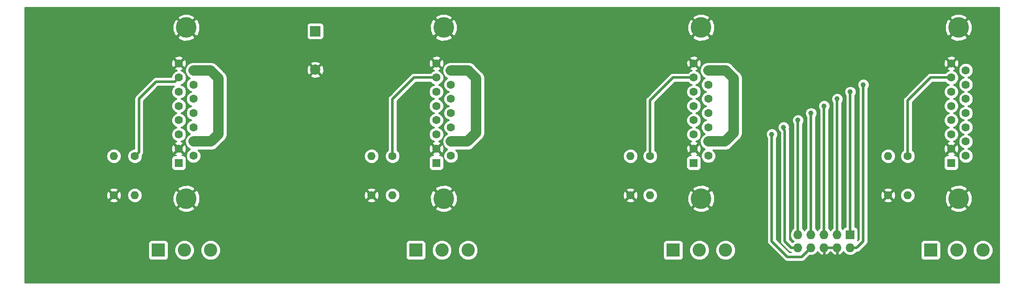
<source format=gbr>
G04 #@! TF.GenerationSoftware,KiCad,Pcbnew,(5.0.0-rc2-dev-444-g2974a2c10)*
G04 #@! TF.CreationDate,2018-06-15T13:30:19+02:00*
G04 #@! TF.ProjectId,BackplanePCB_solder,4261636B706C616E655043425F736F6C,rev?*
G04 #@! TF.SameCoordinates,Original*
G04 #@! TF.FileFunction,Copper,L2,Bot,Signal*
G04 #@! TF.FilePolarity,Positive*
%FSLAX46Y46*%
G04 Gerber Fmt 4.6, Leading zero omitted, Abs format (unit mm)*
G04 Created by KiCad (PCBNEW (5.0.0-rc2-dev-444-g2974a2c10)) date 06/15/18 13:30:19*
%MOMM*%
%LPD*%
G01*
G04 APERTURE LIST*
%ADD10R,1.600000X1.600000*%
%ADD11C,1.600000*%
%ADD12C,4.000000*%
%ADD13O,1.727200X1.727200*%
%ADD14R,1.727200X1.727200*%
%ADD15R,2.600000X2.600000*%
%ADD16C,2.600000*%
%ADD17O,1.600000X1.600000*%
%ADD18C,2.000000*%
%ADD19R,2.000000X2.000000*%
%ADD20C,1.000000*%
%ADD21C,0.500000*%
%ADD22C,2.000000*%
%ADD23C,0.254000*%
G04 APERTURE END LIST*
D10*
X520000000Y-207000000D03*
D11*
X520000000Y-204230000D03*
X520000000Y-201460000D03*
X520000000Y-198690000D03*
X520000000Y-195920000D03*
X520000000Y-193150000D03*
X520000000Y-190380000D03*
X520000000Y-187610000D03*
X522840000Y-205615000D03*
X522840000Y-202845000D03*
X522840000Y-200075000D03*
X522840000Y-197305000D03*
X522840000Y-194535000D03*
X522840000Y-191765000D03*
X522840000Y-188995000D03*
D12*
X521420000Y-180655000D03*
X521420000Y-213955000D03*
D10*
X470000000Y-207000000D03*
D11*
X470000000Y-204230000D03*
X470000000Y-201460000D03*
X470000000Y-198690000D03*
X470000000Y-195920000D03*
X470000000Y-193150000D03*
X470000000Y-190380000D03*
X470000000Y-187610000D03*
X472840000Y-205615000D03*
X472840000Y-202845000D03*
X472840000Y-200075000D03*
X472840000Y-197305000D03*
X472840000Y-194535000D03*
X472840000Y-191765000D03*
X472840000Y-188995000D03*
D12*
X471420000Y-180655000D03*
X471420000Y-213955000D03*
D10*
X420000000Y-207000000D03*
D11*
X420000000Y-204230000D03*
X420000000Y-201460000D03*
X420000000Y-198690000D03*
X420000000Y-195920000D03*
X420000000Y-193150000D03*
X420000000Y-190380000D03*
X420000000Y-187610000D03*
X422840000Y-205615000D03*
X422840000Y-202845000D03*
X422840000Y-200075000D03*
X422840000Y-197305000D03*
X422840000Y-194535000D03*
X422840000Y-191765000D03*
X422840000Y-188995000D03*
D12*
X421420000Y-180655000D03*
X421420000Y-213955000D03*
X371420000Y-213955000D03*
X371420000Y-180655000D03*
D11*
X372840000Y-188995000D03*
X372840000Y-191765000D03*
X372840000Y-194535000D03*
X372840000Y-197305000D03*
X372840000Y-200075000D03*
X372840000Y-202845000D03*
X372840000Y-205615000D03*
X370000000Y-187610000D03*
X370000000Y-190380000D03*
X370000000Y-193150000D03*
X370000000Y-195920000D03*
X370000000Y-198690000D03*
X370000000Y-201460000D03*
X370000000Y-204230000D03*
D10*
X370000000Y-207000000D03*
D13*
X490220000Y-223520000D03*
X490220000Y-220980000D03*
X492760000Y-223520000D03*
X492760000Y-220980000D03*
X495300000Y-223520000D03*
X495300000Y-220980000D03*
X497840000Y-223520000D03*
X497840000Y-220980000D03*
X500380000Y-223520000D03*
D14*
X500380000Y-220980000D03*
D15*
X516000000Y-224000000D03*
D16*
X521080000Y-224000000D03*
X526160000Y-224000000D03*
X376160000Y-224000000D03*
X371080000Y-224000000D03*
D15*
X366000000Y-224000000D03*
D16*
X476160000Y-224000000D03*
X471080000Y-224000000D03*
D15*
X466000000Y-224000000D03*
X416000000Y-224000000D03*
D16*
X421080000Y-224000000D03*
X426160000Y-224000000D03*
D11*
X511556000Y-205694000D03*
D17*
X511556000Y-213314000D03*
X507746000Y-205694000D03*
D11*
X507746000Y-213314000D03*
D17*
X461518000Y-213314000D03*
D11*
X461518000Y-205694000D03*
X457708000Y-213314000D03*
D17*
X457708000Y-205694000D03*
X411480000Y-213314000D03*
D11*
X411480000Y-205694000D03*
X407416000Y-213314000D03*
D17*
X407416000Y-205694000D03*
D11*
X361442000Y-205694000D03*
D17*
X361442000Y-213314000D03*
X357378000Y-205694000D03*
D11*
X357378000Y-213314000D03*
D18*
X396494000Y-188856000D03*
D19*
X396494000Y-181356000D03*
D20*
X502920000Y-191765000D03*
X500380000Y-193150000D03*
X497840000Y-194535000D03*
X495300000Y-195920000D03*
X492760000Y-197305000D03*
X490220000Y-198690000D03*
X487426000Y-200075000D03*
X485139996Y-201422000D03*
D21*
X501601314Y-223520000D02*
X501650000Y-223471314D01*
X500380000Y-223520000D02*
X501601314Y-223520000D01*
X501650000Y-223471314D02*
X501698686Y-223471314D01*
X501698686Y-223471314D02*
X502920000Y-222250000D01*
X502920000Y-222250000D02*
X502920000Y-192024000D01*
X502920000Y-192024000D02*
X502920000Y-191765000D01*
X500380000Y-193294000D02*
X500380000Y-193150000D01*
X500380000Y-220980000D02*
X500380000Y-193294000D01*
X497840000Y-194818000D02*
X497840000Y-194535000D01*
X497840000Y-220980000D02*
X497840000Y-194818000D01*
X495300000Y-196088000D02*
X495300000Y-195920000D01*
X495300000Y-220980000D02*
X495300000Y-196088000D01*
X492760000Y-197358000D02*
X492760000Y-197305000D01*
X492760000Y-220980000D02*
X492760000Y-197358000D01*
X490220000Y-220980000D02*
X490220000Y-198882000D01*
X490220000Y-198882000D02*
X490220000Y-198690000D01*
X487426000Y-200406000D02*
X487426000Y-200075000D01*
X487680000Y-200660000D02*
X487426000Y-200406000D01*
X487680000Y-222250000D02*
X487680000Y-200660000D01*
X490220000Y-223520000D02*
X488950000Y-223520000D01*
X488950000Y-223520000D02*
X487680000Y-222250000D01*
X485139996Y-222249996D02*
X485139996Y-202129106D01*
X485139996Y-202129106D02*
X485139996Y-201422000D01*
X488188000Y-225298000D02*
X485139996Y-222249996D01*
X490982000Y-225298000D02*
X488188000Y-225298000D01*
X492760000Y-223520000D02*
X490982000Y-225298000D01*
D22*
X376193000Y-188995000D02*
X372840000Y-188995000D01*
X377698000Y-190500000D02*
X376193000Y-188995000D01*
X377698000Y-201422000D02*
X377698000Y-190500000D01*
X372840000Y-202845000D02*
X376275000Y-202845000D01*
X376275000Y-202845000D02*
X377698000Y-201422000D01*
X426231000Y-188995000D02*
X422840000Y-188995000D01*
X427736000Y-190500000D02*
X426231000Y-188995000D01*
X427736000Y-201168000D02*
X427736000Y-190500000D01*
X422840000Y-202845000D02*
X426059000Y-202845000D01*
X426059000Y-202845000D02*
X427736000Y-201168000D01*
X476269000Y-188995000D02*
X472840000Y-188995000D01*
X477774000Y-190500000D02*
X476269000Y-188995000D01*
X477774000Y-201168000D02*
X477774000Y-190500000D01*
X472840000Y-202845000D02*
X476097000Y-202845000D01*
X476097000Y-202845000D02*
X477774000Y-201168000D01*
D21*
X515994000Y-190380000D02*
X520000000Y-190380000D01*
X511556000Y-205694000D02*
X511556000Y-194818000D01*
X511556000Y-194818000D02*
X515994000Y-190380000D01*
X465956000Y-190380000D02*
X470000000Y-190380000D01*
X461518000Y-205694000D02*
X461518000Y-194818000D01*
X461518000Y-194818000D02*
X465956000Y-190380000D01*
X415664000Y-190380000D02*
X420000000Y-190380000D01*
X411480000Y-205694000D02*
X411480000Y-194564000D01*
X411480000Y-194564000D02*
X415664000Y-190380000D01*
X369200001Y-191179999D02*
X370000000Y-190380000D01*
X365588001Y-191179999D02*
X369200001Y-191179999D01*
X362241999Y-194526001D02*
X365588001Y-191179999D01*
X361442000Y-205694000D02*
X362241999Y-204894001D01*
X362241999Y-204894001D02*
X362241999Y-194526001D01*
D23*
G36*
X529290001Y-230290000D02*
X340127000Y-230290000D01*
X340127000Y-222700000D01*
X364052560Y-222700000D01*
X364052560Y-225300000D01*
X364101843Y-225547765D01*
X364242191Y-225757809D01*
X364452235Y-225898157D01*
X364700000Y-225947440D01*
X367300000Y-225947440D01*
X367547765Y-225898157D01*
X367757809Y-225757809D01*
X367898157Y-225547765D01*
X367947440Y-225300000D01*
X367947440Y-223615105D01*
X369145000Y-223615105D01*
X369145000Y-224384895D01*
X369439586Y-225096090D01*
X369983910Y-225640414D01*
X370695105Y-225935000D01*
X371464895Y-225935000D01*
X372176090Y-225640414D01*
X372720414Y-225096090D01*
X373015000Y-224384895D01*
X373015000Y-223615105D01*
X374225000Y-223615105D01*
X374225000Y-224384895D01*
X374519586Y-225096090D01*
X375063910Y-225640414D01*
X375775105Y-225935000D01*
X376544895Y-225935000D01*
X377256090Y-225640414D01*
X377800414Y-225096090D01*
X378095000Y-224384895D01*
X378095000Y-223615105D01*
X377800414Y-222903910D01*
X377596504Y-222700000D01*
X414052560Y-222700000D01*
X414052560Y-225300000D01*
X414101843Y-225547765D01*
X414242191Y-225757809D01*
X414452235Y-225898157D01*
X414700000Y-225947440D01*
X417300000Y-225947440D01*
X417547765Y-225898157D01*
X417757809Y-225757809D01*
X417898157Y-225547765D01*
X417947440Y-225300000D01*
X417947440Y-223615105D01*
X419145000Y-223615105D01*
X419145000Y-224384895D01*
X419439586Y-225096090D01*
X419983910Y-225640414D01*
X420695105Y-225935000D01*
X421464895Y-225935000D01*
X422176090Y-225640414D01*
X422720414Y-225096090D01*
X423015000Y-224384895D01*
X423015000Y-223615105D01*
X424225000Y-223615105D01*
X424225000Y-224384895D01*
X424519586Y-225096090D01*
X425063910Y-225640414D01*
X425775105Y-225935000D01*
X426544895Y-225935000D01*
X427256090Y-225640414D01*
X427800414Y-225096090D01*
X428095000Y-224384895D01*
X428095000Y-223615105D01*
X427800414Y-222903910D01*
X427596504Y-222700000D01*
X464052560Y-222700000D01*
X464052560Y-225300000D01*
X464101843Y-225547765D01*
X464242191Y-225757809D01*
X464452235Y-225898157D01*
X464700000Y-225947440D01*
X467300000Y-225947440D01*
X467547765Y-225898157D01*
X467757809Y-225757809D01*
X467898157Y-225547765D01*
X467947440Y-225300000D01*
X467947440Y-223615105D01*
X469145000Y-223615105D01*
X469145000Y-224384895D01*
X469439586Y-225096090D01*
X469983910Y-225640414D01*
X470695105Y-225935000D01*
X471464895Y-225935000D01*
X472176090Y-225640414D01*
X472720414Y-225096090D01*
X473015000Y-224384895D01*
X473015000Y-223615105D01*
X474225000Y-223615105D01*
X474225000Y-224384895D01*
X474519586Y-225096090D01*
X475063910Y-225640414D01*
X475775105Y-225935000D01*
X476544895Y-225935000D01*
X477256090Y-225640414D01*
X477800414Y-225096090D01*
X478095000Y-224384895D01*
X478095000Y-223615105D01*
X477800414Y-222903910D01*
X477256090Y-222359586D01*
X476544895Y-222065000D01*
X475775105Y-222065000D01*
X475063910Y-222359586D01*
X474519586Y-222903910D01*
X474225000Y-223615105D01*
X473015000Y-223615105D01*
X472720414Y-222903910D01*
X472176090Y-222359586D01*
X471464895Y-222065000D01*
X470695105Y-222065000D01*
X469983910Y-222359586D01*
X469439586Y-222903910D01*
X469145000Y-223615105D01*
X467947440Y-223615105D01*
X467947440Y-222700000D01*
X467898157Y-222452235D01*
X467757809Y-222242191D01*
X467547765Y-222101843D01*
X467300000Y-222052560D01*
X464700000Y-222052560D01*
X464452235Y-222101843D01*
X464242191Y-222242191D01*
X464101843Y-222452235D01*
X464052560Y-222700000D01*
X427596504Y-222700000D01*
X427256090Y-222359586D01*
X426544895Y-222065000D01*
X425775105Y-222065000D01*
X425063910Y-222359586D01*
X424519586Y-222903910D01*
X424225000Y-223615105D01*
X423015000Y-223615105D01*
X422720414Y-222903910D01*
X422176090Y-222359586D01*
X421464895Y-222065000D01*
X420695105Y-222065000D01*
X419983910Y-222359586D01*
X419439586Y-222903910D01*
X419145000Y-223615105D01*
X417947440Y-223615105D01*
X417947440Y-222700000D01*
X417898157Y-222452235D01*
X417757809Y-222242191D01*
X417547765Y-222101843D01*
X417300000Y-222052560D01*
X414700000Y-222052560D01*
X414452235Y-222101843D01*
X414242191Y-222242191D01*
X414101843Y-222452235D01*
X414052560Y-222700000D01*
X377596504Y-222700000D01*
X377256090Y-222359586D01*
X376544895Y-222065000D01*
X375775105Y-222065000D01*
X375063910Y-222359586D01*
X374519586Y-222903910D01*
X374225000Y-223615105D01*
X373015000Y-223615105D01*
X372720414Y-222903910D01*
X372176090Y-222359586D01*
X371464895Y-222065000D01*
X370695105Y-222065000D01*
X369983910Y-222359586D01*
X369439586Y-222903910D01*
X369145000Y-223615105D01*
X367947440Y-223615105D01*
X367947440Y-222700000D01*
X367898157Y-222452235D01*
X367757809Y-222242191D01*
X367547765Y-222101843D01*
X367300000Y-222052560D01*
X364700000Y-222052560D01*
X364452235Y-222101843D01*
X364242191Y-222242191D01*
X364101843Y-222452235D01*
X364052560Y-222700000D01*
X340127000Y-222700000D01*
X340127000Y-215830022D01*
X369724584Y-215830022D01*
X369945353Y-216200743D01*
X370917012Y-216594119D01*
X371965247Y-216585713D01*
X372894647Y-216200743D01*
X373115416Y-215830022D01*
X419724584Y-215830022D01*
X419945353Y-216200743D01*
X420917012Y-216594119D01*
X421965247Y-216585713D01*
X422894647Y-216200743D01*
X423115416Y-215830022D01*
X469724584Y-215830022D01*
X469945353Y-216200743D01*
X470917012Y-216594119D01*
X471965247Y-216585713D01*
X472894647Y-216200743D01*
X473115416Y-215830022D01*
X471420000Y-214134605D01*
X469724584Y-215830022D01*
X423115416Y-215830022D01*
X421420000Y-214134605D01*
X419724584Y-215830022D01*
X373115416Y-215830022D01*
X371420000Y-214134605D01*
X369724584Y-215830022D01*
X340127000Y-215830022D01*
X340127000Y-214321745D01*
X356549861Y-214321745D01*
X356623995Y-214567864D01*
X357161223Y-214760965D01*
X357731454Y-214733778D01*
X358132005Y-214567864D01*
X358206139Y-214321745D01*
X357378000Y-213493605D01*
X356549861Y-214321745D01*
X340127000Y-214321745D01*
X340127000Y-213097223D01*
X355931035Y-213097223D01*
X355958222Y-213667454D01*
X356124136Y-214068005D01*
X356370255Y-214142139D01*
X357198395Y-213314000D01*
X357557605Y-213314000D01*
X358385745Y-214142139D01*
X358631864Y-214068005D01*
X358824965Y-213530777D01*
X358814630Y-213314000D01*
X359978887Y-213314000D01*
X360090260Y-213873909D01*
X360407423Y-214348577D01*
X360882091Y-214665740D01*
X361300667Y-214749000D01*
X361583333Y-214749000D01*
X362001909Y-214665740D01*
X362476577Y-214348577D01*
X362793740Y-213873909D01*
X362877660Y-213452012D01*
X368780881Y-213452012D01*
X368789287Y-214500247D01*
X369174257Y-215429647D01*
X369544978Y-215650416D01*
X371240395Y-213955000D01*
X371599605Y-213955000D01*
X373295022Y-215650416D01*
X373665743Y-215429647D01*
X374059119Y-214457988D01*
X374058027Y-214321745D01*
X406587861Y-214321745D01*
X406661995Y-214567864D01*
X407199223Y-214760965D01*
X407769454Y-214733778D01*
X408170005Y-214567864D01*
X408244139Y-214321745D01*
X407416000Y-213493605D01*
X406587861Y-214321745D01*
X374058027Y-214321745D01*
X374050713Y-213409753D01*
X373921259Y-213097223D01*
X405969035Y-213097223D01*
X405996222Y-213667454D01*
X406162136Y-214068005D01*
X406408255Y-214142139D01*
X407236395Y-213314000D01*
X407595605Y-213314000D01*
X408423745Y-214142139D01*
X408669864Y-214068005D01*
X408862965Y-213530777D01*
X408852630Y-213314000D01*
X410016887Y-213314000D01*
X410128260Y-213873909D01*
X410445423Y-214348577D01*
X410920091Y-214665740D01*
X411338667Y-214749000D01*
X411621333Y-214749000D01*
X412039909Y-214665740D01*
X412514577Y-214348577D01*
X412831740Y-213873909D01*
X412915660Y-213452012D01*
X418780881Y-213452012D01*
X418789287Y-214500247D01*
X419174257Y-215429647D01*
X419544978Y-215650416D01*
X421240395Y-213955000D01*
X421599605Y-213955000D01*
X423295022Y-215650416D01*
X423665743Y-215429647D01*
X424059119Y-214457988D01*
X424058027Y-214321745D01*
X456879861Y-214321745D01*
X456953995Y-214567864D01*
X457491223Y-214760965D01*
X458061454Y-214733778D01*
X458462005Y-214567864D01*
X458536139Y-214321745D01*
X457708000Y-213493605D01*
X456879861Y-214321745D01*
X424058027Y-214321745D01*
X424050713Y-213409753D01*
X423921259Y-213097223D01*
X456261035Y-213097223D01*
X456288222Y-213667454D01*
X456454136Y-214068005D01*
X456700255Y-214142139D01*
X457528395Y-213314000D01*
X457887605Y-213314000D01*
X458715745Y-214142139D01*
X458961864Y-214068005D01*
X459154965Y-213530777D01*
X459144630Y-213314000D01*
X460054887Y-213314000D01*
X460166260Y-213873909D01*
X460483423Y-214348577D01*
X460958091Y-214665740D01*
X461376667Y-214749000D01*
X461659333Y-214749000D01*
X462077909Y-214665740D01*
X462552577Y-214348577D01*
X462869740Y-213873909D01*
X462953660Y-213452012D01*
X468780881Y-213452012D01*
X468789287Y-214500247D01*
X469174257Y-215429647D01*
X469544978Y-215650416D01*
X471240395Y-213955000D01*
X471599605Y-213955000D01*
X473295022Y-215650416D01*
X473665743Y-215429647D01*
X474059119Y-214457988D01*
X474050713Y-213409753D01*
X473665743Y-212480353D01*
X473295022Y-212259584D01*
X471599605Y-213955000D01*
X471240395Y-213955000D01*
X469544978Y-212259584D01*
X469174257Y-212480353D01*
X468780881Y-213452012D01*
X462953660Y-213452012D01*
X462981113Y-213314000D01*
X462869740Y-212754091D01*
X462552577Y-212279423D01*
X462254087Y-212079978D01*
X469724584Y-212079978D01*
X471420000Y-213775395D01*
X473115416Y-212079978D01*
X472894647Y-211709257D01*
X471922988Y-211315881D01*
X470874753Y-211324287D01*
X469945353Y-211709257D01*
X469724584Y-212079978D01*
X462254087Y-212079978D01*
X462077909Y-211962260D01*
X461659333Y-211879000D01*
X461376667Y-211879000D01*
X460958091Y-211962260D01*
X460483423Y-212279423D01*
X460166260Y-212754091D01*
X460054887Y-213314000D01*
X459144630Y-213314000D01*
X459127778Y-212960546D01*
X458961864Y-212559995D01*
X458715745Y-212485861D01*
X457887605Y-213314000D01*
X457528395Y-213314000D01*
X456700255Y-212485861D01*
X456454136Y-212559995D01*
X456261035Y-213097223D01*
X423921259Y-213097223D01*
X423665743Y-212480353D01*
X423373394Y-212306255D01*
X456879861Y-212306255D01*
X457708000Y-213134395D01*
X458536139Y-212306255D01*
X458462005Y-212060136D01*
X457924777Y-211867035D01*
X457354546Y-211894222D01*
X456953995Y-212060136D01*
X456879861Y-212306255D01*
X423373394Y-212306255D01*
X423295022Y-212259584D01*
X421599605Y-213955000D01*
X421240395Y-213955000D01*
X419544978Y-212259584D01*
X419174257Y-212480353D01*
X418780881Y-213452012D01*
X412915660Y-213452012D01*
X412943113Y-213314000D01*
X412831740Y-212754091D01*
X412514577Y-212279423D01*
X412216087Y-212079978D01*
X419724584Y-212079978D01*
X421420000Y-213775395D01*
X423115416Y-212079978D01*
X422894647Y-211709257D01*
X421922988Y-211315881D01*
X420874753Y-211324287D01*
X419945353Y-211709257D01*
X419724584Y-212079978D01*
X412216087Y-212079978D01*
X412039909Y-211962260D01*
X411621333Y-211879000D01*
X411338667Y-211879000D01*
X410920091Y-211962260D01*
X410445423Y-212279423D01*
X410128260Y-212754091D01*
X410016887Y-213314000D01*
X408852630Y-213314000D01*
X408835778Y-212960546D01*
X408669864Y-212559995D01*
X408423745Y-212485861D01*
X407595605Y-213314000D01*
X407236395Y-213314000D01*
X406408255Y-212485861D01*
X406162136Y-212559995D01*
X405969035Y-213097223D01*
X373921259Y-213097223D01*
X373665743Y-212480353D01*
X373373394Y-212306255D01*
X406587861Y-212306255D01*
X407416000Y-213134395D01*
X408244139Y-212306255D01*
X408170005Y-212060136D01*
X407632777Y-211867035D01*
X407062546Y-211894222D01*
X406661995Y-212060136D01*
X406587861Y-212306255D01*
X373373394Y-212306255D01*
X373295022Y-212259584D01*
X371599605Y-213955000D01*
X371240395Y-213955000D01*
X369544978Y-212259584D01*
X369174257Y-212480353D01*
X368780881Y-213452012D01*
X362877660Y-213452012D01*
X362905113Y-213314000D01*
X362793740Y-212754091D01*
X362476577Y-212279423D01*
X362178087Y-212079978D01*
X369724584Y-212079978D01*
X371420000Y-213775395D01*
X373115416Y-212079978D01*
X372894647Y-211709257D01*
X371922988Y-211315881D01*
X370874753Y-211324287D01*
X369945353Y-211709257D01*
X369724584Y-212079978D01*
X362178087Y-212079978D01*
X362001909Y-211962260D01*
X361583333Y-211879000D01*
X361300667Y-211879000D01*
X360882091Y-211962260D01*
X360407423Y-212279423D01*
X360090260Y-212754091D01*
X359978887Y-213314000D01*
X358814630Y-213314000D01*
X358797778Y-212960546D01*
X358631864Y-212559995D01*
X358385745Y-212485861D01*
X357557605Y-213314000D01*
X357198395Y-213314000D01*
X356370255Y-212485861D01*
X356124136Y-212559995D01*
X355931035Y-213097223D01*
X340127000Y-213097223D01*
X340127000Y-212306255D01*
X356549861Y-212306255D01*
X357378000Y-213134395D01*
X358206139Y-212306255D01*
X358132005Y-212060136D01*
X357594777Y-211867035D01*
X357024546Y-211894222D01*
X356623995Y-212060136D01*
X356549861Y-212306255D01*
X340127000Y-212306255D01*
X340127000Y-205694000D01*
X355914887Y-205694000D01*
X356026260Y-206253909D01*
X356343423Y-206728577D01*
X356818091Y-207045740D01*
X357236667Y-207129000D01*
X357519333Y-207129000D01*
X357937909Y-207045740D01*
X358412577Y-206728577D01*
X358729740Y-206253909D01*
X358841113Y-205694000D01*
X358784336Y-205408561D01*
X360007000Y-205408561D01*
X360007000Y-205979439D01*
X360225466Y-206506862D01*
X360629138Y-206910534D01*
X361156561Y-207129000D01*
X361727439Y-207129000D01*
X362254862Y-206910534D01*
X362658534Y-206506862D01*
X362785640Y-206200000D01*
X368552560Y-206200000D01*
X368552560Y-207800000D01*
X368601843Y-208047765D01*
X368742191Y-208257809D01*
X368952235Y-208398157D01*
X369200000Y-208447440D01*
X370800000Y-208447440D01*
X371047765Y-208398157D01*
X371257809Y-208257809D01*
X371398157Y-208047765D01*
X371447440Y-207800000D01*
X371447440Y-206200000D01*
X371398157Y-205952235D01*
X371257809Y-205742191D01*
X371047765Y-205601843D01*
X370800000Y-205552560D01*
X370588159Y-205552560D01*
X370754005Y-205483864D01*
X370828139Y-205237745D01*
X370000000Y-204409605D01*
X369171861Y-205237745D01*
X369245995Y-205483864D01*
X369437115Y-205552560D01*
X369200000Y-205552560D01*
X368952235Y-205601843D01*
X368742191Y-205742191D01*
X368601843Y-205952235D01*
X368552560Y-206200000D01*
X362785640Y-206200000D01*
X362877000Y-205979439D01*
X362877000Y-205534087D01*
X362880048Y-205532050D01*
X363075651Y-205239311D01*
X363126999Y-204981166D01*
X363126999Y-204981162D01*
X363144336Y-204894002D01*
X363126999Y-204806842D01*
X363126999Y-204013223D01*
X368553035Y-204013223D01*
X368580222Y-204583454D01*
X368746136Y-204984005D01*
X368992255Y-205058139D01*
X369820395Y-204230000D01*
X370179605Y-204230000D01*
X371007745Y-205058139D01*
X371253864Y-204984005D01*
X371446965Y-204446777D01*
X371419778Y-203876546D01*
X371253864Y-203475995D01*
X371007745Y-203401861D01*
X370179605Y-204230000D01*
X369820395Y-204230000D01*
X368992255Y-203401861D01*
X368746136Y-203475995D01*
X368553035Y-204013223D01*
X363126999Y-204013223D01*
X363126999Y-194892579D01*
X365954580Y-192064999D01*
X369055605Y-192064999D01*
X368783466Y-192337138D01*
X368565000Y-192864561D01*
X368565000Y-193435439D01*
X368783466Y-193962862D01*
X369187138Y-194366534D01*
X369593850Y-194535000D01*
X369187138Y-194703466D01*
X368783466Y-195107138D01*
X368565000Y-195634561D01*
X368565000Y-196205439D01*
X368783466Y-196732862D01*
X369187138Y-197136534D01*
X369593850Y-197305000D01*
X369187138Y-197473466D01*
X368783466Y-197877138D01*
X368565000Y-198404561D01*
X368565000Y-198975439D01*
X368783466Y-199502862D01*
X369187138Y-199906534D01*
X369593850Y-200075000D01*
X369187138Y-200243466D01*
X368783466Y-200647138D01*
X368565000Y-201174561D01*
X368565000Y-201745439D01*
X368783466Y-202272862D01*
X369187138Y-202676534D01*
X369578218Y-202838525D01*
X369245995Y-202976136D01*
X369171861Y-203222255D01*
X370000000Y-204050395D01*
X370828139Y-203222255D01*
X370754005Y-202976136D01*
X370398261Y-202848268D01*
X370812862Y-202676534D01*
X371216534Y-202272862D01*
X371435000Y-201745439D01*
X371435000Y-201174561D01*
X371216534Y-200647138D01*
X370812862Y-200243466D01*
X370406150Y-200075000D01*
X370812862Y-199906534D01*
X371216534Y-199502862D01*
X371435000Y-198975439D01*
X371435000Y-198404561D01*
X371216534Y-197877138D01*
X370812862Y-197473466D01*
X370406150Y-197305000D01*
X370812862Y-197136534D01*
X371216534Y-196732862D01*
X371435000Y-196205439D01*
X371435000Y-195634561D01*
X371216534Y-195107138D01*
X370812862Y-194703466D01*
X370406150Y-194535000D01*
X370812862Y-194366534D01*
X371216534Y-193962862D01*
X371435000Y-193435439D01*
X371435000Y-192864561D01*
X371216534Y-192337138D01*
X370812862Y-191933466D01*
X370406150Y-191765000D01*
X370812862Y-191596534D01*
X371216534Y-191192862D01*
X371435000Y-190665439D01*
X371435000Y-190094561D01*
X371216534Y-189567138D01*
X370812862Y-189163466D01*
X370421782Y-189001475D01*
X370437414Y-188995000D01*
X371172969Y-188995000D01*
X371299864Y-189632945D01*
X371661231Y-190173769D01*
X372147432Y-190498638D01*
X372027138Y-190548466D01*
X371623466Y-190952138D01*
X371405000Y-191479561D01*
X371405000Y-192050439D01*
X371623466Y-192577862D01*
X372027138Y-192981534D01*
X372433850Y-193150000D01*
X372027138Y-193318466D01*
X371623466Y-193722138D01*
X371405000Y-194249561D01*
X371405000Y-194820439D01*
X371623466Y-195347862D01*
X372027138Y-195751534D01*
X372433850Y-195920000D01*
X372027138Y-196088466D01*
X371623466Y-196492138D01*
X371405000Y-197019561D01*
X371405000Y-197590439D01*
X371623466Y-198117862D01*
X372027138Y-198521534D01*
X372433850Y-198690000D01*
X372027138Y-198858466D01*
X371623466Y-199262138D01*
X371405000Y-199789561D01*
X371405000Y-200360439D01*
X371623466Y-200887862D01*
X372027138Y-201291534D01*
X372147432Y-201341362D01*
X371661231Y-201666231D01*
X371299864Y-202207055D01*
X371172969Y-202845000D01*
X371299864Y-203482945D01*
X371661231Y-204023769D01*
X372147432Y-204348638D01*
X372027138Y-204398466D01*
X371623466Y-204802138D01*
X371405000Y-205329561D01*
X371405000Y-205900439D01*
X371623466Y-206427862D01*
X372027138Y-206831534D01*
X372554561Y-207050000D01*
X373125439Y-207050000D01*
X373652862Y-206831534D01*
X374056534Y-206427862D01*
X374275000Y-205900439D01*
X374275000Y-205694000D01*
X405952887Y-205694000D01*
X406064260Y-206253909D01*
X406381423Y-206728577D01*
X406856091Y-207045740D01*
X407274667Y-207129000D01*
X407557333Y-207129000D01*
X407975909Y-207045740D01*
X408450577Y-206728577D01*
X408767740Y-206253909D01*
X408879113Y-205694000D01*
X408822336Y-205408561D01*
X410045000Y-205408561D01*
X410045000Y-205979439D01*
X410263466Y-206506862D01*
X410667138Y-206910534D01*
X411194561Y-207129000D01*
X411765439Y-207129000D01*
X412292862Y-206910534D01*
X412696534Y-206506862D01*
X412823640Y-206200000D01*
X418552560Y-206200000D01*
X418552560Y-207800000D01*
X418601843Y-208047765D01*
X418742191Y-208257809D01*
X418952235Y-208398157D01*
X419200000Y-208447440D01*
X420800000Y-208447440D01*
X421047765Y-208398157D01*
X421257809Y-208257809D01*
X421398157Y-208047765D01*
X421447440Y-207800000D01*
X421447440Y-206200000D01*
X421398157Y-205952235D01*
X421257809Y-205742191D01*
X421047765Y-205601843D01*
X420800000Y-205552560D01*
X420588159Y-205552560D01*
X420754005Y-205483864D01*
X420828139Y-205237745D01*
X420000000Y-204409605D01*
X419171861Y-205237745D01*
X419245995Y-205483864D01*
X419437115Y-205552560D01*
X419200000Y-205552560D01*
X418952235Y-205601843D01*
X418742191Y-205742191D01*
X418601843Y-205952235D01*
X418552560Y-206200000D01*
X412823640Y-206200000D01*
X412915000Y-205979439D01*
X412915000Y-205408561D01*
X412696534Y-204881138D01*
X412365000Y-204549604D01*
X412365000Y-204013223D01*
X418553035Y-204013223D01*
X418580222Y-204583454D01*
X418746136Y-204984005D01*
X418992255Y-205058139D01*
X419820395Y-204230000D01*
X420179605Y-204230000D01*
X421007745Y-205058139D01*
X421253864Y-204984005D01*
X421446965Y-204446777D01*
X421419778Y-203876546D01*
X421253864Y-203475995D01*
X421007745Y-203401861D01*
X420179605Y-204230000D01*
X419820395Y-204230000D01*
X418992255Y-203401861D01*
X418746136Y-203475995D01*
X418553035Y-204013223D01*
X412365000Y-204013223D01*
X412365000Y-194930578D01*
X416030579Y-191265000D01*
X418855604Y-191265000D01*
X419187138Y-191596534D01*
X419593850Y-191765000D01*
X419187138Y-191933466D01*
X418783466Y-192337138D01*
X418565000Y-192864561D01*
X418565000Y-193435439D01*
X418783466Y-193962862D01*
X419187138Y-194366534D01*
X419593850Y-194535000D01*
X419187138Y-194703466D01*
X418783466Y-195107138D01*
X418565000Y-195634561D01*
X418565000Y-196205439D01*
X418783466Y-196732862D01*
X419187138Y-197136534D01*
X419593850Y-197305000D01*
X419187138Y-197473466D01*
X418783466Y-197877138D01*
X418565000Y-198404561D01*
X418565000Y-198975439D01*
X418783466Y-199502862D01*
X419187138Y-199906534D01*
X419593850Y-200075000D01*
X419187138Y-200243466D01*
X418783466Y-200647138D01*
X418565000Y-201174561D01*
X418565000Y-201745439D01*
X418783466Y-202272862D01*
X419187138Y-202676534D01*
X419578218Y-202838525D01*
X419245995Y-202976136D01*
X419171861Y-203222255D01*
X420000000Y-204050395D01*
X420828139Y-203222255D01*
X420754005Y-202976136D01*
X420398261Y-202848268D01*
X420812862Y-202676534D01*
X421216534Y-202272862D01*
X421435000Y-201745439D01*
X421435000Y-201174561D01*
X421216534Y-200647138D01*
X420812862Y-200243466D01*
X420406150Y-200075000D01*
X420812862Y-199906534D01*
X421216534Y-199502862D01*
X421435000Y-198975439D01*
X421435000Y-198404561D01*
X421216534Y-197877138D01*
X420812862Y-197473466D01*
X420406150Y-197305000D01*
X420812862Y-197136534D01*
X421216534Y-196732862D01*
X421435000Y-196205439D01*
X421435000Y-195634561D01*
X421216534Y-195107138D01*
X420812862Y-194703466D01*
X420406150Y-194535000D01*
X420812862Y-194366534D01*
X421216534Y-193962862D01*
X421435000Y-193435439D01*
X421435000Y-192864561D01*
X421216534Y-192337138D01*
X420812862Y-191933466D01*
X420406150Y-191765000D01*
X420812862Y-191596534D01*
X421216534Y-191192862D01*
X421435000Y-190665439D01*
X421435000Y-190094561D01*
X421216534Y-189567138D01*
X420812862Y-189163466D01*
X420421782Y-189001475D01*
X420437414Y-188995000D01*
X421172969Y-188995000D01*
X421299864Y-189632945D01*
X421661231Y-190173769D01*
X422147432Y-190498638D01*
X422027138Y-190548466D01*
X421623466Y-190952138D01*
X421405000Y-191479561D01*
X421405000Y-192050439D01*
X421623466Y-192577862D01*
X422027138Y-192981534D01*
X422433850Y-193150000D01*
X422027138Y-193318466D01*
X421623466Y-193722138D01*
X421405000Y-194249561D01*
X421405000Y-194820439D01*
X421623466Y-195347862D01*
X422027138Y-195751534D01*
X422433850Y-195920000D01*
X422027138Y-196088466D01*
X421623466Y-196492138D01*
X421405000Y-197019561D01*
X421405000Y-197590439D01*
X421623466Y-198117862D01*
X422027138Y-198521534D01*
X422433850Y-198690000D01*
X422027138Y-198858466D01*
X421623466Y-199262138D01*
X421405000Y-199789561D01*
X421405000Y-200360439D01*
X421623466Y-200887862D01*
X422027138Y-201291534D01*
X422147432Y-201341362D01*
X421661231Y-201666231D01*
X421299864Y-202207055D01*
X421172969Y-202845000D01*
X421299864Y-203482945D01*
X421661231Y-204023769D01*
X422147432Y-204348638D01*
X422027138Y-204398466D01*
X421623466Y-204802138D01*
X421405000Y-205329561D01*
X421405000Y-205900439D01*
X421623466Y-206427862D01*
X422027138Y-206831534D01*
X422554561Y-207050000D01*
X423125439Y-207050000D01*
X423652862Y-206831534D01*
X424056534Y-206427862D01*
X424275000Y-205900439D01*
X424275000Y-205694000D01*
X456244887Y-205694000D01*
X456356260Y-206253909D01*
X456673423Y-206728577D01*
X457148091Y-207045740D01*
X457566667Y-207129000D01*
X457849333Y-207129000D01*
X458267909Y-207045740D01*
X458742577Y-206728577D01*
X459059740Y-206253909D01*
X459171113Y-205694000D01*
X459114336Y-205408561D01*
X460083000Y-205408561D01*
X460083000Y-205979439D01*
X460301466Y-206506862D01*
X460705138Y-206910534D01*
X461232561Y-207129000D01*
X461803439Y-207129000D01*
X462330862Y-206910534D01*
X462734534Y-206506862D01*
X462861640Y-206200000D01*
X468552560Y-206200000D01*
X468552560Y-207800000D01*
X468601843Y-208047765D01*
X468742191Y-208257809D01*
X468952235Y-208398157D01*
X469200000Y-208447440D01*
X470800000Y-208447440D01*
X471047765Y-208398157D01*
X471257809Y-208257809D01*
X471398157Y-208047765D01*
X471447440Y-207800000D01*
X471447440Y-206200000D01*
X471398157Y-205952235D01*
X471257809Y-205742191D01*
X471047765Y-205601843D01*
X470800000Y-205552560D01*
X470588159Y-205552560D01*
X470754005Y-205483864D01*
X470828139Y-205237745D01*
X470000000Y-204409605D01*
X469171861Y-205237745D01*
X469245995Y-205483864D01*
X469437115Y-205552560D01*
X469200000Y-205552560D01*
X468952235Y-205601843D01*
X468742191Y-205742191D01*
X468601843Y-205952235D01*
X468552560Y-206200000D01*
X462861640Y-206200000D01*
X462953000Y-205979439D01*
X462953000Y-205408561D01*
X462734534Y-204881138D01*
X462403000Y-204549604D01*
X462403000Y-204013223D01*
X468553035Y-204013223D01*
X468580222Y-204583454D01*
X468746136Y-204984005D01*
X468992255Y-205058139D01*
X469820395Y-204230000D01*
X470179605Y-204230000D01*
X471007745Y-205058139D01*
X471253864Y-204984005D01*
X471446965Y-204446777D01*
X471419778Y-203876546D01*
X471253864Y-203475995D01*
X471007745Y-203401861D01*
X470179605Y-204230000D01*
X469820395Y-204230000D01*
X468992255Y-203401861D01*
X468746136Y-203475995D01*
X468553035Y-204013223D01*
X462403000Y-204013223D01*
X462403000Y-195184578D01*
X466322579Y-191265000D01*
X468855604Y-191265000D01*
X469187138Y-191596534D01*
X469593850Y-191765000D01*
X469187138Y-191933466D01*
X468783466Y-192337138D01*
X468565000Y-192864561D01*
X468565000Y-193435439D01*
X468783466Y-193962862D01*
X469187138Y-194366534D01*
X469593850Y-194535000D01*
X469187138Y-194703466D01*
X468783466Y-195107138D01*
X468565000Y-195634561D01*
X468565000Y-196205439D01*
X468783466Y-196732862D01*
X469187138Y-197136534D01*
X469593850Y-197305000D01*
X469187138Y-197473466D01*
X468783466Y-197877138D01*
X468565000Y-198404561D01*
X468565000Y-198975439D01*
X468783466Y-199502862D01*
X469187138Y-199906534D01*
X469593850Y-200075000D01*
X469187138Y-200243466D01*
X468783466Y-200647138D01*
X468565000Y-201174561D01*
X468565000Y-201745439D01*
X468783466Y-202272862D01*
X469187138Y-202676534D01*
X469578218Y-202838525D01*
X469245995Y-202976136D01*
X469171861Y-203222255D01*
X470000000Y-204050395D01*
X470828139Y-203222255D01*
X470754005Y-202976136D01*
X470398261Y-202848268D01*
X470812862Y-202676534D01*
X471216534Y-202272862D01*
X471435000Y-201745439D01*
X471435000Y-201174561D01*
X471216534Y-200647138D01*
X470812862Y-200243466D01*
X470406150Y-200075000D01*
X470812862Y-199906534D01*
X471216534Y-199502862D01*
X471435000Y-198975439D01*
X471435000Y-198404561D01*
X471216534Y-197877138D01*
X470812862Y-197473466D01*
X470406150Y-197305000D01*
X470812862Y-197136534D01*
X471216534Y-196732862D01*
X471435000Y-196205439D01*
X471435000Y-195634561D01*
X471216534Y-195107138D01*
X470812862Y-194703466D01*
X470406150Y-194535000D01*
X470812862Y-194366534D01*
X471216534Y-193962862D01*
X471435000Y-193435439D01*
X471435000Y-192864561D01*
X471216534Y-192337138D01*
X470812862Y-191933466D01*
X470406150Y-191765000D01*
X470812862Y-191596534D01*
X471216534Y-191192862D01*
X471435000Y-190665439D01*
X471435000Y-190094561D01*
X471216534Y-189567138D01*
X470812862Y-189163466D01*
X470421782Y-189001475D01*
X470437414Y-188995000D01*
X471172969Y-188995000D01*
X471299864Y-189632945D01*
X471661231Y-190173769D01*
X472147432Y-190498638D01*
X472027138Y-190548466D01*
X471623466Y-190952138D01*
X471405000Y-191479561D01*
X471405000Y-192050439D01*
X471623466Y-192577862D01*
X472027138Y-192981534D01*
X472433850Y-193150000D01*
X472027138Y-193318466D01*
X471623466Y-193722138D01*
X471405000Y-194249561D01*
X471405000Y-194820439D01*
X471623466Y-195347862D01*
X472027138Y-195751534D01*
X472433850Y-195920000D01*
X472027138Y-196088466D01*
X471623466Y-196492138D01*
X471405000Y-197019561D01*
X471405000Y-197590439D01*
X471623466Y-198117862D01*
X472027138Y-198521534D01*
X472433850Y-198690000D01*
X472027138Y-198858466D01*
X471623466Y-199262138D01*
X471405000Y-199789561D01*
X471405000Y-200360439D01*
X471623466Y-200887862D01*
X472027138Y-201291534D01*
X472147432Y-201341362D01*
X471661231Y-201666231D01*
X471299864Y-202207055D01*
X471172969Y-202845000D01*
X471299864Y-203482945D01*
X471661231Y-204023769D01*
X472147432Y-204348638D01*
X472027138Y-204398466D01*
X471623466Y-204802138D01*
X471405000Y-205329561D01*
X471405000Y-205900439D01*
X471623466Y-206427862D01*
X472027138Y-206831534D01*
X472554561Y-207050000D01*
X473125439Y-207050000D01*
X473652862Y-206831534D01*
X474056534Y-206427862D01*
X474275000Y-205900439D01*
X474275000Y-205329561D01*
X474056534Y-204802138D01*
X473734396Y-204480000D01*
X475935970Y-204480000D01*
X476097000Y-204512031D01*
X476258030Y-204480000D01*
X476258031Y-204480000D01*
X476734945Y-204385136D01*
X477275769Y-204023769D01*
X477366988Y-203887250D01*
X478816253Y-202437986D01*
X478952769Y-202346769D01*
X479314136Y-201805945D01*
X479409000Y-201329031D01*
X479409000Y-201329030D01*
X479435415Y-201196234D01*
X484004996Y-201196234D01*
X484004996Y-201647766D01*
X484177789Y-202064926D01*
X484254996Y-202142133D01*
X484254996Y-202216270D01*
X484254997Y-202216275D01*
X484254996Y-222162835D01*
X484237659Y-222249996D01*
X484254996Y-222337157D01*
X484254996Y-222337160D01*
X484306344Y-222595305D01*
X484501947Y-222888045D01*
X484575843Y-222937421D01*
X487500577Y-225862156D01*
X487549951Y-225936049D01*
X487623844Y-225985423D01*
X487623845Y-225985424D01*
X487842690Y-226131652D01*
X488100835Y-226183000D01*
X488100839Y-226183000D01*
X488188000Y-226200337D01*
X488275161Y-226183000D01*
X490894839Y-226183000D01*
X490982000Y-226200337D01*
X491069161Y-226183000D01*
X491069165Y-226183000D01*
X491327310Y-226131652D01*
X491620049Y-225936049D01*
X491669425Y-225862153D01*
X492529474Y-225002105D01*
X492612402Y-225018600D01*
X492907598Y-225018600D01*
X493344725Y-224931650D01*
X493840430Y-224600430D01*
X494041854Y-224298979D01*
X494093179Y-224408490D01*
X494525053Y-224802688D01*
X494940974Y-224974958D01*
X495173000Y-224853817D01*
X495173000Y-223647000D01*
X495427000Y-223647000D01*
X495427000Y-224853817D01*
X495659026Y-224974958D01*
X496074947Y-224802688D01*
X496506821Y-224408490D01*
X496570000Y-224273687D01*
X496633179Y-224408490D01*
X497065053Y-224802688D01*
X497480974Y-224974958D01*
X497713000Y-224853817D01*
X497713000Y-223647000D01*
X495427000Y-223647000D01*
X495173000Y-223647000D01*
X495153000Y-223647000D01*
X495153000Y-223393000D01*
X495173000Y-223393000D01*
X495173000Y-223373000D01*
X495427000Y-223373000D01*
X495427000Y-223393000D01*
X497713000Y-223393000D01*
X497713000Y-223373000D01*
X497967000Y-223373000D01*
X497967000Y-223393000D01*
X497987000Y-223393000D01*
X497987000Y-223647000D01*
X497967000Y-223647000D01*
X497967000Y-224853817D01*
X498199026Y-224974958D01*
X498614947Y-224802688D01*
X499046821Y-224408490D01*
X499098146Y-224298979D01*
X499299570Y-224600430D01*
X499795275Y-224931650D01*
X500232402Y-225018600D01*
X500527598Y-225018600D01*
X500964725Y-224931650D01*
X501460430Y-224600430D01*
X501581996Y-224418494D01*
X501601314Y-224422337D01*
X501688475Y-224405000D01*
X501688479Y-224405000D01*
X501946624Y-224353652D01*
X502009099Y-224311907D01*
X502043996Y-224304966D01*
X502336735Y-224109363D01*
X502386111Y-224035467D01*
X503484156Y-222937423D01*
X503558049Y-222888049D01*
X503607425Y-222814154D01*
X503683700Y-222700000D01*
X514052560Y-222700000D01*
X514052560Y-225300000D01*
X514101843Y-225547765D01*
X514242191Y-225757809D01*
X514452235Y-225898157D01*
X514700000Y-225947440D01*
X517300000Y-225947440D01*
X517547765Y-225898157D01*
X517757809Y-225757809D01*
X517898157Y-225547765D01*
X517947440Y-225300000D01*
X517947440Y-223615105D01*
X519145000Y-223615105D01*
X519145000Y-224384895D01*
X519439586Y-225096090D01*
X519983910Y-225640414D01*
X520695105Y-225935000D01*
X521464895Y-225935000D01*
X522176090Y-225640414D01*
X522720414Y-225096090D01*
X523015000Y-224384895D01*
X523015000Y-223615105D01*
X524225000Y-223615105D01*
X524225000Y-224384895D01*
X524519586Y-225096090D01*
X525063910Y-225640414D01*
X525775105Y-225935000D01*
X526544895Y-225935000D01*
X527256090Y-225640414D01*
X527800414Y-225096090D01*
X528095000Y-224384895D01*
X528095000Y-223615105D01*
X527800414Y-222903910D01*
X527256090Y-222359586D01*
X526544895Y-222065000D01*
X525775105Y-222065000D01*
X525063910Y-222359586D01*
X524519586Y-222903910D01*
X524225000Y-223615105D01*
X523015000Y-223615105D01*
X522720414Y-222903910D01*
X522176090Y-222359586D01*
X521464895Y-222065000D01*
X520695105Y-222065000D01*
X519983910Y-222359586D01*
X519439586Y-222903910D01*
X519145000Y-223615105D01*
X517947440Y-223615105D01*
X517947440Y-222700000D01*
X517898157Y-222452235D01*
X517757809Y-222242191D01*
X517547765Y-222101843D01*
X517300000Y-222052560D01*
X514700000Y-222052560D01*
X514452235Y-222101843D01*
X514242191Y-222242191D01*
X514101843Y-222452235D01*
X514052560Y-222700000D01*
X503683700Y-222700000D01*
X503753652Y-222595310D01*
X503794162Y-222391650D01*
X503805000Y-222337165D01*
X503805000Y-222337160D01*
X503822337Y-222250000D01*
X503805000Y-222162839D01*
X503805000Y-215830022D01*
X519724584Y-215830022D01*
X519945353Y-216200743D01*
X520917012Y-216594119D01*
X521965247Y-216585713D01*
X522894647Y-216200743D01*
X523115416Y-215830022D01*
X521420000Y-214134605D01*
X519724584Y-215830022D01*
X503805000Y-215830022D01*
X503805000Y-214321745D01*
X506917861Y-214321745D01*
X506991995Y-214567864D01*
X507529223Y-214760965D01*
X508099454Y-214733778D01*
X508500005Y-214567864D01*
X508574139Y-214321745D01*
X507746000Y-213493605D01*
X506917861Y-214321745D01*
X503805000Y-214321745D01*
X503805000Y-213097223D01*
X506299035Y-213097223D01*
X506326222Y-213667454D01*
X506492136Y-214068005D01*
X506738255Y-214142139D01*
X507566395Y-213314000D01*
X507925605Y-213314000D01*
X508753745Y-214142139D01*
X508999864Y-214068005D01*
X509192965Y-213530777D01*
X509182630Y-213314000D01*
X510092887Y-213314000D01*
X510204260Y-213873909D01*
X510521423Y-214348577D01*
X510996091Y-214665740D01*
X511414667Y-214749000D01*
X511697333Y-214749000D01*
X512115909Y-214665740D01*
X512590577Y-214348577D01*
X512907740Y-213873909D01*
X512991660Y-213452012D01*
X518780881Y-213452012D01*
X518789287Y-214500247D01*
X519174257Y-215429647D01*
X519544978Y-215650416D01*
X521240395Y-213955000D01*
X521599605Y-213955000D01*
X523295022Y-215650416D01*
X523665743Y-215429647D01*
X524059119Y-214457988D01*
X524050713Y-213409753D01*
X523665743Y-212480353D01*
X523295022Y-212259584D01*
X521599605Y-213955000D01*
X521240395Y-213955000D01*
X519544978Y-212259584D01*
X519174257Y-212480353D01*
X518780881Y-213452012D01*
X512991660Y-213452012D01*
X513019113Y-213314000D01*
X512907740Y-212754091D01*
X512590577Y-212279423D01*
X512292087Y-212079978D01*
X519724584Y-212079978D01*
X521420000Y-213775395D01*
X523115416Y-212079978D01*
X522894647Y-211709257D01*
X521922988Y-211315881D01*
X520874753Y-211324287D01*
X519945353Y-211709257D01*
X519724584Y-212079978D01*
X512292087Y-212079978D01*
X512115909Y-211962260D01*
X511697333Y-211879000D01*
X511414667Y-211879000D01*
X510996091Y-211962260D01*
X510521423Y-212279423D01*
X510204260Y-212754091D01*
X510092887Y-213314000D01*
X509182630Y-213314000D01*
X509165778Y-212960546D01*
X508999864Y-212559995D01*
X508753745Y-212485861D01*
X507925605Y-213314000D01*
X507566395Y-213314000D01*
X506738255Y-212485861D01*
X506492136Y-212559995D01*
X506299035Y-213097223D01*
X503805000Y-213097223D01*
X503805000Y-212306255D01*
X506917861Y-212306255D01*
X507746000Y-213134395D01*
X508574139Y-212306255D01*
X508500005Y-212060136D01*
X507962777Y-211867035D01*
X507392546Y-211894222D01*
X506991995Y-212060136D01*
X506917861Y-212306255D01*
X503805000Y-212306255D01*
X503805000Y-205694000D01*
X506282887Y-205694000D01*
X506394260Y-206253909D01*
X506711423Y-206728577D01*
X507186091Y-207045740D01*
X507604667Y-207129000D01*
X507887333Y-207129000D01*
X508305909Y-207045740D01*
X508780577Y-206728577D01*
X509097740Y-206253909D01*
X509209113Y-205694000D01*
X509152336Y-205408561D01*
X510121000Y-205408561D01*
X510121000Y-205979439D01*
X510339466Y-206506862D01*
X510743138Y-206910534D01*
X511270561Y-207129000D01*
X511841439Y-207129000D01*
X512368862Y-206910534D01*
X512772534Y-206506862D01*
X512899640Y-206200000D01*
X518552560Y-206200000D01*
X518552560Y-207800000D01*
X518601843Y-208047765D01*
X518742191Y-208257809D01*
X518952235Y-208398157D01*
X519200000Y-208447440D01*
X520800000Y-208447440D01*
X521047765Y-208398157D01*
X521257809Y-208257809D01*
X521398157Y-208047765D01*
X521447440Y-207800000D01*
X521447440Y-206200000D01*
X521398157Y-205952235D01*
X521257809Y-205742191D01*
X521047765Y-205601843D01*
X520800000Y-205552560D01*
X520588159Y-205552560D01*
X520754005Y-205483864D01*
X520828139Y-205237745D01*
X520000000Y-204409605D01*
X519171861Y-205237745D01*
X519245995Y-205483864D01*
X519437115Y-205552560D01*
X519200000Y-205552560D01*
X518952235Y-205601843D01*
X518742191Y-205742191D01*
X518601843Y-205952235D01*
X518552560Y-206200000D01*
X512899640Y-206200000D01*
X512991000Y-205979439D01*
X512991000Y-205408561D01*
X512772534Y-204881138D01*
X512441000Y-204549604D01*
X512441000Y-204013223D01*
X518553035Y-204013223D01*
X518580222Y-204583454D01*
X518746136Y-204984005D01*
X518992255Y-205058139D01*
X519820395Y-204230000D01*
X520179605Y-204230000D01*
X521007745Y-205058139D01*
X521253864Y-204984005D01*
X521446965Y-204446777D01*
X521419778Y-203876546D01*
X521253864Y-203475995D01*
X521007745Y-203401861D01*
X520179605Y-204230000D01*
X519820395Y-204230000D01*
X518992255Y-203401861D01*
X518746136Y-203475995D01*
X518553035Y-204013223D01*
X512441000Y-204013223D01*
X512441000Y-195184578D01*
X516360579Y-191265000D01*
X518855604Y-191265000D01*
X519187138Y-191596534D01*
X519593850Y-191765000D01*
X519187138Y-191933466D01*
X518783466Y-192337138D01*
X518565000Y-192864561D01*
X518565000Y-193435439D01*
X518783466Y-193962862D01*
X519187138Y-194366534D01*
X519593850Y-194535000D01*
X519187138Y-194703466D01*
X518783466Y-195107138D01*
X518565000Y-195634561D01*
X518565000Y-196205439D01*
X518783466Y-196732862D01*
X519187138Y-197136534D01*
X519593850Y-197305000D01*
X519187138Y-197473466D01*
X518783466Y-197877138D01*
X518565000Y-198404561D01*
X518565000Y-198975439D01*
X518783466Y-199502862D01*
X519187138Y-199906534D01*
X519593850Y-200075000D01*
X519187138Y-200243466D01*
X518783466Y-200647138D01*
X518565000Y-201174561D01*
X518565000Y-201745439D01*
X518783466Y-202272862D01*
X519187138Y-202676534D01*
X519578218Y-202838525D01*
X519245995Y-202976136D01*
X519171861Y-203222255D01*
X520000000Y-204050395D01*
X520828139Y-203222255D01*
X520754005Y-202976136D01*
X520398261Y-202848268D01*
X520812862Y-202676534D01*
X521216534Y-202272862D01*
X521435000Y-201745439D01*
X521435000Y-201174561D01*
X521216534Y-200647138D01*
X520812862Y-200243466D01*
X520406150Y-200075000D01*
X520812862Y-199906534D01*
X521216534Y-199502862D01*
X521435000Y-198975439D01*
X521435000Y-198404561D01*
X521216534Y-197877138D01*
X520812862Y-197473466D01*
X520406150Y-197305000D01*
X520812862Y-197136534D01*
X521216534Y-196732862D01*
X521435000Y-196205439D01*
X521435000Y-195634561D01*
X521216534Y-195107138D01*
X520812862Y-194703466D01*
X520406150Y-194535000D01*
X520812862Y-194366534D01*
X521216534Y-193962862D01*
X521435000Y-193435439D01*
X521435000Y-192864561D01*
X521216534Y-192337138D01*
X520812862Y-191933466D01*
X520406150Y-191765000D01*
X520812862Y-191596534D01*
X521216534Y-191192862D01*
X521435000Y-190665439D01*
X521435000Y-190094561D01*
X521216534Y-189567138D01*
X520812862Y-189163466D01*
X520421782Y-189001475D01*
X520754005Y-188863864D01*
X520800482Y-188709561D01*
X521405000Y-188709561D01*
X521405000Y-189280439D01*
X521623466Y-189807862D01*
X522027138Y-190211534D01*
X522433850Y-190380000D01*
X522027138Y-190548466D01*
X521623466Y-190952138D01*
X521405000Y-191479561D01*
X521405000Y-192050439D01*
X521623466Y-192577862D01*
X522027138Y-192981534D01*
X522433850Y-193150000D01*
X522027138Y-193318466D01*
X521623466Y-193722138D01*
X521405000Y-194249561D01*
X521405000Y-194820439D01*
X521623466Y-195347862D01*
X522027138Y-195751534D01*
X522433850Y-195920000D01*
X522027138Y-196088466D01*
X521623466Y-196492138D01*
X521405000Y-197019561D01*
X521405000Y-197590439D01*
X521623466Y-198117862D01*
X522027138Y-198521534D01*
X522433850Y-198690000D01*
X522027138Y-198858466D01*
X521623466Y-199262138D01*
X521405000Y-199789561D01*
X521405000Y-200360439D01*
X521623466Y-200887862D01*
X522027138Y-201291534D01*
X522433850Y-201460000D01*
X522027138Y-201628466D01*
X521623466Y-202032138D01*
X521405000Y-202559561D01*
X521405000Y-203130439D01*
X521623466Y-203657862D01*
X522027138Y-204061534D01*
X522433850Y-204230000D01*
X522027138Y-204398466D01*
X521623466Y-204802138D01*
X521405000Y-205329561D01*
X521405000Y-205900439D01*
X521623466Y-206427862D01*
X522027138Y-206831534D01*
X522554561Y-207050000D01*
X523125439Y-207050000D01*
X523652862Y-206831534D01*
X524056534Y-206427862D01*
X524275000Y-205900439D01*
X524275000Y-205329561D01*
X524056534Y-204802138D01*
X523652862Y-204398466D01*
X523246150Y-204230000D01*
X523652862Y-204061534D01*
X524056534Y-203657862D01*
X524275000Y-203130439D01*
X524275000Y-202559561D01*
X524056534Y-202032138D01*
X523652862Y-201628466D01*
X523246150Y-201460000D01*
X523652862Y-201291534D01*
X524056534Y-200887862D01*
X524275000Y-200360439D01*
X524275000Y-199789561D01*
X524056534Y-199262138D01*
X523652862Y-198858466D01*
X523246150Y-198690000D01*
X523652862Y-198521534D01*
X524056534Y-198117862D01*
X524275000Y-197590439D01*
X524275000Y-197019561D01*
X524056534Y-196492138D01*
X523652862Y-196088466D01*
X523246150Y-195920000D01*
X523652862Y-195751534D01*
X524056534Y-195347862D01*
X524275000Y-194820439D01*
X524275000Y-194249561D01*
X524056534Y-193722138D01*
X523652862Y-193318466D01*
X523246150Y-193150000D01*
X523652862Y-192981534D01*
X524056534Y-192577862D01*
X524275000Y-192050439D01*
X524275000Y-191479561D01*
X524056534Y-190952138D01*
X523652862Y-190548466D01*
X523246150Y-190380000D01*
X523652862Y-190211534D01*
X524056534Y-189807862D01*
X524275000Y-189280439D01*
X524275000Y-188709561D01*
X524056534Y-188182138D01*
X523652862Y-187778466D01*
X523125439Y-187560000D01*
X522554561Y-187560000D01*
X522027138Y-187778466D01*
X521623466Y-188182138D01*
X521405000Y-188709561D01*
X520800482Y-188709561D01*
X520828139Y-188617745D01*
X520000000Y-187789605D01*
X519171861Y-188617745D01*
X519245995Y-188863864D01*
X519601739Y-188991732D01*
X519187138Y-189163466D01*
X518855604Y-189495000D01*
X516081161Y-189495000D01*
X515994000Y-189477663D01*
X515906839Y-189495000D01*
X515906835Y-189495000D01*
X515648690Y-189546348D01*
X515429845Y-189692576D01*
X515429844Y-189692577D01*
X515355951Y-189741951D01*
X515306577Y-189815844D01*
X510991845Y-194130577D01*
X510917952Y-194179951D01*
X510868578Y-194253844D01*
X510868576Y-194253846D01*
X510722348Y-194472691D01*
X510653663Y-194818000D01*
X510671001Y-194905164D01*
X510671000Y-204549604D01*
X510339466Y-204881138D01*
X510121000Y-205408561D01*
X509152336Y-205408561D01*
X509097740Y-205134091D01*
X508780577Y-204659423D01*
X508305909Y-204342260D01*
X507887333Y-204259000D01*
X507604667Y-204259000D01*
X507186091Y-204342260D01*
X506711423Y-204659423D01*
X506394260Y-205134091D01*
X506282887Y-205694000D01*
X503805000Y-205694000D01*
X503805000Y-192485133D01*
X503882207Y-192407926D01*
X504055000Y-191990766D01*
X504055000Y-191539234D01*
X503882207Y-191122074D01*
X503562926Y-190802793D01*
X503145766Y-190630000D01*
X502694234Y-190630000D01*
X502277074Y-190802793D01*
X501957793Y-191122074D01*
X501785000Y-191539234D01*
X501785000Y-191990766D01*
X501957793Y-192407926D01*
X502035001Y-192485134D01*
X502035000Y-221883421D01*
X501845407Y-222073014D01*
X501891040Y-221843600D01*
X501891040Y-220116400D01*
X501841757Y-219868635D01*
X501701409Y-219658591D01*
X501491365Y-219518243D01*
X501265000Y-219473217D01*
X501265000Y-193870133D01*
X501342207Y-193792926D01*
X501515000Y-193375766D01*
X501515000Y-192924234D01*
X501342207Y-192507074D01*
X501022926Y-192187793D01*
X500605766Y-192015000D01*
X500154234Y-192015000D01*
X499737074Y-192187793D01*
X499417793Y-192507074D01*
X499245000Y-192924234D01*
X499245000Y-193375766D01*
X499417793Y-193792926D01*
X499495001Y-193870134D01*
X499495000Y-219473217D01*
X499268635Y-219518243D01*
X499058591Y-219658591D01*
X498918243Y-219868635D01*
X498913068Y-219894651D01*
X498725000Y-219768988D01*
X498725000Y-195255133D01*
X498802207Y-195177926D01*
X498975000Y-194760766D01*
X498975000Y-194309234D01*
X498802207Y-193892074D01*
X498482926Y-193572793D01*
X498065766Y-193400000D01*
X497614234Y-193400000D01*
X497197074Y-193572793D01*
X496877793Y-193892074D01*
X496705000Y-194309234D01*
X496705000Y-194760766D01*
X496877793Y-195177926D01*
X496955001Y-195255134D01*
X496955000Y-219768988D01*
X496759570Y-219899570D01*
X496570000Y-220183281D01*
X496380430Y-219899570D01*
X496185000Y-219768988D01*
X496185000Y-196640133D01*
X496262207Y-196562926D01*
X496435000Y-196145766D01*
X496435000Y-195694234D01*
X496262207Y-195277074D01*
X495942926Y-194957793D01*
X495525766Y-194785000D01*
X495074234Y-194785000D01*
X494657074Y-194957793D01*
X494337793Y-195277074D01*
X494165000Y-195694234D01*
X494165000Y-196145766D01*
X494337793Y-196562926D01*
X494415001Y-196640134D01*
X494415000Y-219768988D01*
X494219570Y-219899570D01*
X494030000Y-220183281D01*
X493840430Y-219899570D01*
X493645000Y-219768988D01*
X493645000Y-198025133D01*
X493722207Y-197947926D01*
X493895000Y-197530766D01*
X493895000Y-197079234D01*
X493722207Y-196662074D01*
X493402926Y-196342793D01*
X492985766Y-196170000D01*
X492534234Y-196170000D01*
X492117074Y-196342793D01*
X491797793Y-196662074D01*
X491625000Y-197079234D01*
X491625000Y-197530766D01*
X491797793Y-197947926D01*
X491875001Y-198025134D01*
X491875000Y-219768988D01*
X491679570Y-219899570D01*
X491490000Y-220183281D01*
X491300430Y-219899570D01*
X491105000Y-219768988D01*
X491105000Y-199410133D01*
X491182207Y-199332926D01*
X491355000Y-198915766D01*
X491355000Y-198464234D01*
X491182207Y-198047074D01*
X490862926Y-197727793D01*
X490445766Y-197555000D01*
X489994234Y-197555000D01*
X489577074Y-197727793D01*
X489257793Y-198047074D01*
X489085000Y-198464234D01*
X489085000Y-198915766D01*
X489257793Y-199332926D01*
X489335001Y-199410134D01*
X489335000Y-219768988D01*
X489139570Y-219899570D01*
X488808350Y-220395275D01*
X488692041Y-220980000D01*
X488808350Y-221564725D01*
X489139570Y-222060430D01*
X489423281Y-222250000D01*
X489139570Y-222439570D01*
X489132191Y-222450613D01*
X488565000Y-221883422D01*
X488565000Y-200747159D01*
X488582337Y-200659999D01*
X488565000Y-200572840D01*
X488565000Y-200572835D01*
X488527142Y-200382507D01*
X488561000Y-200300766D01*
X488561000Y-199849234D01*
X488388207Y-199432074D01*
X488068926Y-199112793D01*
X487651766Y-198940000D01*
X487200234Y-198940000D01*
X486783074Y-199112793D01*
X486463793Y-199432074D01*
X486291000Y-199849234D01*
X486291000Y-200300766D01*
X486463793Y-200717926D01*
X486783074Y-201037207D01*
X486783496Y-201037382D01*
X486787951Y-201044049D01*
X486795001Y-201048760D01*
X486795000Y-222162839D01*
X486777663Y-222250000D01*
X486795000Y-222337160D01*
X486795000Y-222337164D01*
X486846348Y-222595309D01*
X487041951Y-222888049D01*
X487115847Y-222937425D01*
X488262576Y-224084155D01*
X488311951Y-224158049D01*
X488385844Y-224207423D01*
X488385845Y-224207424D01*
X488496880Y-224281615D01*
X488604690Y-224353652D01*
X488862835Y-224405000D01*
X488862839Y-224405000D01*
X488903058Y-224413000D01*
X488554579Y-224413000D01*
X486024996Y-221883418D01*
X486024996Y-202142133D01*
X486102203Y-202064926D01*
X486274996Y-201647766D01*
X486274996Y-201196234D01*
X486102203Y-200779074D01*
X485782922Y-200459793D01*
X485365762Y-200287000D01*
X484914230Y-200287000D01*
X484497070Y-200459793D01*
X484177789Y-200779074D01*
X484004996Y-201196234D01*
X479435415Y-201196234D01*
X479441031Y-201168001D01*
X479409000Y-201006971D01*
X479409000Y-190661025D01*
X479441030Y-190499999D01*
X479409000Y-190338973D01*
X479409000Y-190338969D01*
X479314136Y-189862055D01*
X478952769Y-189321231D01*
X478816252Y-189230014D01*
X477538988Y-187952750D01*
X477447769Y-187816231D01*
X476906945Y-187454864D01*
X476597055Y-187393223D01*
X518553035Y-187393223D01*
X518580222Y-187963454D01*
X518746136Y-188364005D01*
X518992255Y-188438139D01*
X519820395Y-187610000D01*
X520179605Y-187610000D01*
X521007745Y-188438139D01*
X521253864Y-188364005D01*
X521446965Y-187826777D01*
X521419778Y-187256546D01*
X521253864Y-186855995D01*
X521007745Y-186781861D01*
X520179605Y-187610000D01*
X519820395Y-187610000D01*
X518992255Y-186781861D01*
X518746136Y-186855995D01*
X518553035Y-187393223D01*
X476597055Y-187393223D01*
X476430031Y-187360000D01*
X476430030Y-187360000D01*
X476269000Y-187327969D01*
X476107970Y-187360000D01*
X472678969Y-187360000D01*
X472202055Y-187454864D01*
X471661231Y-187816231D01*
X471299864Y-188357055D01*
X471172969Y-188995000D01*
X470437414Y-188995000D01*
X470754005Y-188863864D01*
X470828139Y-188617745D01*
X470000000Y-187789605D01*
X469171861Y-188617745D01*
X469245995Y-188863864D01*
X469601739Y-188991732D01*
X469187138Y-189163466D01*
X468855604Y-189495000D01*
X466043161Y-189495000D01*
X465956000Y-189477663D01*
X465868839Y-189495000D01*
X465868835Y-189495000D01*
X465610690Y-189546348D01*
X465391845Y-189692576D01*
X465391844Y-189692577D01*
X465317951Y-189741951D01*
X465268577Y-189815844D01*
X460953845Y-194130577D01*
X460879952Y-194179951D01*
X460830578Y-194253844D01*
X460830576Y-194253846D01*
X460684348Y-194472691D01*
X460615663Y-194818000D01*
X460633001Y-194905164D01*
X460633000Y-204549604D01*
X460301466Y-204881138D01*
X460083000Y-205408561D01*
X459114336Y-205408561D01*
X459059740Y-205134091D01*
X458742577Y-204659423D01*
X458267909Y-204342260D01*
X457849333Y-204259000D01*
X457566667Y-204259000D01*
X457148091Y-204342260D01*
X456673423Y-204659423D01*
X456356260Y-205134091D01*
X456244887Y-205694000D01*
X424275000Y-205694000D01*
X424275000Y-205329561D01*
X424056534Y-204802138D01*
X423734396Y-204480000D01*
X425897970Y-204480000D01*
X426059000Y-204512031D01*
X426220030Y-204480000D01*
X426220031Y-204480000D01*
X426696945Y-204385136D01*
X427237769Y-204023769D01*
X427328988Y-203887250D01*
X428778253Y-202437986D01*
X428914769Y-202346769D01*
X429276136Y-201805945D01*
X429371000Y-201329031D01*
X429371000Y-201329030D01*
X429403031Y-201168001D01*
X429371000Y-201006971D01*
X429371000Y-190661025D01*
X429403030Y-190499999D01*
X429371000Y-190338973D01*
X429371000Y-190338969D01*
X429276136Y-189862055D01*
X428914769Y-189321231D01*
X428778252Y-189230014D01*
X427500988Y-187952750D01*
X427409769Y-187816231D01*
X426868945Y-187454864D01*
X426559055Y-187393223D01*
X468553035Y-187393223D01*
X468580222Y-187963454D01*
X468746136Y-188364005D01*
X468992255Y-188438139D01*
X469820395Y-187610000D01*
X470179605Y-187610000D01*
X471007745Y-188438139D01*
X471253864Y-188364005D01*
X471446965Y-187826777D01*
X471419778Y-187256546D01*
X471253864Y-186855995D01*
X471007745Y-186781861D01*
X470179605Y-187610000D01*
X469820395Y-187610000D01*
X468992255Y-186781861D01*
X468746136Y-186855995D01*
X468553035Y-187393223D01*
X426559055Y-187393223D01*
X426392031Y-187360000D01*
X426392030Y-187360000D01*
X426231000Y-187327969D01*
X426069970Y-187360000D01*
X422678969Y-187360000D01*
X422202055Y-187454864D01*
X421661231Y-187816231D01*
X421299864Y-188357055D01*
X421172969Y-188995000D01*
X420437414Y-188995000D01*
X420754005Y-188863864D01*
X420828139Y-188617745D01*
X420000000Y-187789605D01*
X419171861Y-188617745D01*
X419245995Y-188863864D01*
X419601739Y-188991732D01*
X419187138Y-189163466D01*
X418855604Y-189495000D01*
X415751161Y-189495000D01*
X415664000Y-189477663D01*
X415576839Y-189495000D01*
X415576835Y-189495000D01*
X415318690Y-189546348D01*
X415099845Y-189692576D01*
X415099844Y-189692577D01*
X415025951Y-189741951D01*
X414976577Y-189815844D01*
X410915845Y-193876577D01*
X410841952Y-193925951D01*
X410792578Y-193999844D01*
X410792576Y-193999846D01*
X410646348Y-194218691D01*
X410577663Y-194564000D01*
X410595001Y-194651165D01*
X410595000Y-204549604D01*
X410263466Y-204881138D01*
X410045000Y-205408561D01*
X408822336Y-205408561D01*
X408767740Y-205134091D01*
X408450577Y-204659423D01*
X407975909Y-204342260D01*
X407557333Y-204259000D01*
X407274667Y-204259000D01*
X406856091Y-204342260D01*
X406381423Y-204659423D01*
X406064260Y-205134091D01*
X405952887Y-205694000D01*
X374275000Y-205694000D01*
X374275000Y-205329561D01*
X374056534Y-204802138D01*
X373734396Y-204480000D01*
X376113970Y-204480000D01*
X376275000Y-204512031D01*
X376436030Y-204480000D01*
X376436031Y-204480000D01*
X376912945Y-204385136D01*
X377453769Y-204023769D01*
X377544988Y-203887250D01*
X378740253Y-202691986D01*
X378876769Y-202600769D01*
X379238136Y-202059945D01*
X379333000Y-201583031D01*
X379333000Y-201583030D01*
X379365031Y-201422000D01*
X379333000Y-201260970D01*
X379333000Y-190661025D01*
X379365030Y-190499999D01*
X379333000Y-190338973D01*
X379333000Y-190338969D01*
X379267273Y-190008532D01*
X395521073Y-190008532D01*
X395619736Y-190275387D01*
X396229461Y-190501908D01*
X396879460Y-190477856D01*
X397368264Y-190275387D01*
X397466927Y-190008532D01*
X396494000Y-189035605D01*
X395521073Y-190008532D01*
X379267273Y-190008532D01*
X379238136Y-189862055D01*
X378876769Y-189321231D01*
X378740252Y-189230014D01*
X378101699Y-188591461D01*
X394848092Y-188591461D01*
X394872144Y-189241460D01*
X395074613Y-189730264D01*
X395341468Y-189828927D01*
X396314395Y-188856000D01*
X396673605Y-188856000D01*
X397646532Y-189828927D01*
X397913387Y-189730264D01*
X398139908Y-189120539D01*
X398115856Y-188470540D01*
X397913387Y-187981736D01*
X397646532Y-187883073D01*
X396673605Y-188856000D01*
X396314395Y-188856000D01*
X395341468Y-187883073D01*
X395074613Y-187981736D01*
X394848092Y-188591461D01*
X378101699Y-188591461D01*
X377462988Y-187952750D01*
X377371769Y-187816231D01*
X377203008Y-187703468D01*
X395521073Y-187703468D01*
X396494000Y-188676395D01*
X397466927Y-187703468D01*
X397368264Y-187436613D01*
X397251472Y-187393223D01*
X418553035Y-187393223D01*
X418580222Y-187963454D01*
X418746136Y-188364005D01*
X418992255Y-188438139D01*
X419820395Y-187610000D01*
X420179605Y-187610000D01*
X421007745Y-188438139D01*
X421253864Y-188364005D01*
X421446965Y-187826777D01*
X421419778Y-187256546D01*
X421253864Y-186855995D01*
X421007745Y-186781861D01*
X420179605Y-187610000D01*
X419820395Y-187610000D01*
X418992255Y-186781861D01*
X418746136Y-186855995D01*
X418553035Y-187393223D01*
X397251472Y-187393223D01*
X396758539Y-187210092D01*
X396108540Y-187234144D01*
X395619736Y-187436613D01*
X395521073Y-187703468D01*
X377203008Y-187703468D01*
X376830945Y-187454864D01*
X376354031Y-187360000D01*
X376354030Y-187360000D01*
X376193000Y-187327969D01*
X376031970Y-187360000D01*
X372678969Y-187360000D01*
X372202055Y-187454864D01*
X371661231Y-187816231D01*
X371299864Y-188357055D01*
X371172969Y-188995000D01*
X370437414Y-188995000D01*
X370754005Y-188863864D01*
X370828139Y-188617745D01*
X370000000Y-187789605D01*
X369171861Y-188617745D01*
X369245995Y-188863864D01*
X369601739Y-188991732D01*
X369187138Y-189163466D01*
X368783466Y-189567138D01*
X368565000Y-190094561D01*
X368565000Y-190294999D01*
X365675160Y-190294999D01*
X365588000Y-190277662D01*
X365500840Y-190294999D01*
X365500836Y-190294999D01*
X365242691Y-190346347D01*
X365242689Y-190346348D01*
X365242690Y-190346348D01*
X365023846Y-190492575D01*
X365023845Y-190492576D01*
X364949952Y-190541950D01*
X364900578Y-190615843D01*
X361677844Y-193838578D01*
X361603951Y-193887952D01*
X361554577Y-193961845D01*
X361554575Y-193961847D01*
X361408347Y-194180692D01*
X361339662Y-194526001D01*
X361357000Y-194613166D01*
X361356999Y-204259000D01*
X361156561Y-204259000D01*
X360629138Y-204477466D01*
X360225466Y-204881138D01*
X360007000Y-205408561D01*
X358784336Y-205408561D01*
X358729740Y-205134091D01*
X358412577Y-204659423D01*
X357937909Y-204342260D01*
X357519333Y-204259000D01*
X357236667Y-204259000D01*
X356818091Y-204342260D01*
X356343423Y-204659423D01*
X356026260Y-205134091D01*
X355914887Y-205694000D01*
X340127000Y-205694000D01*
X340127000Y-187393223D01*
X368553035Y-187393223D01*
X368580222Y-187963454D01*
X368746136Y-188364005D01*
X368992255Y-188438139D01*
X369820395Y-187610000D01*
X370179605Y-187610000D01*
X371007745Y-188438139D01*
X371253864Y-188364005D01*
X371446965Y-187826777D01*
X371419778Y-187256546D01*
X371253864Y-186855995D01*
X371007745Y-186781861D01*
X370179605Y-187610000D01*
X369820395Y-187610000D01*
X368992255Y-186781861D01*
X368746136Y-186855995D01*
X368553035Y-187393223D01*
X340127000Y-187393223D01*
X340127000Y-186602255D01*
X369171861Y-186602255D01*
X370000000Y-187430395D01*
X370828139Y-186602255D01*
X419171861Y-186602255D01*
X420000000Y-187430395D01*
X420828139Y-186602255D01*
X469171861Y-186602255D01*
X470000000Y-187430395D01*
X470828139Y-186602255D01*
X519171861Y-186602255D01*
X520000000Y-187430395D01*
X520828139Y-186602255D01*
X520754005Y-186356136D01*
X520216777Y-186163035D01*
X519646546Y-186190222D01*
X519245995Y-186356136D01*
X519171861Y-186602255D01*
X470828139Y-186602255D01*
X470754005Y-186356136D01*
X470216777Y-186163035D01*
X469646546Y-186190222D01*
X469245995Y-186356136D01*
X469171861Y-186602255D01*
X420828139Y-186602255D01*
X420754005Y-186356136D01*
X420216777Y-186163035D01*
X419646546Y-186190222D01*
X419245995Y-186356136D01*
X419171861Y-186602255D01*
X370828139Y-186602255D01*
X370754005Y-186356136D01*
X370216777Y-186163035D01*
X369646546Y-186190222D01*
X369245995Y-186356136D01*
X369171861Y-186602255D01*
X340127000Y-186602255D01*
X340127000Y-182530022D01*
X369724584Y-182530022D01*
X369945353Y-182900743D01*
X370917012Y-183294119D01*
X371965247Y-183285713D01*
X372894647Y-182900743D01*
X373115416Y-182530022D01*
X371420000Y-180834605D01*
X369724584Y-182530022D01*
X340127000Y-182530022D01*
X340127000Y-180152012D01*
X368780881Y-180152012D01*
X368789287Y-181200247D01*
X369174257Y-182129647D01*
X369544978Y-182350416D01*
X371240395Y-180655000D01*
X371599605Y-180655000D01*
X373295022Y-182350416D01*
X373665743Y-182129647D01*
X374059119Y-181157988D01*
X374052688Y-180356000D01*
X394846560Y-180356000D01*
X394846560Y-182356000D01*
X394895843Y-182603765D01*
X395036191Y-182813809D01*
X395246235Y-182954157D01*
X395494000Y-183003440D01*
X397494000Y-183003440D01*
X397741765Y-182954157D01*
X397951809Y-182813809D01*
X398092157Y-182603765D01*
X398106825Y-182530022D01*
X419724584Y-182530022D01*
X419945353Y-182900743D01*
X420917012Y-183294119D01*
X421965247Y-183285713D01*
X422894647Y-182900743D01*
X423115416Y-182530022D01*
X469724584Y-182530022D01*
X469945353Y-182900743D01*
X470917012Y-183294119D01*
X471965247Y-183285713D01*
X472894647Y-182900743D01*
X473115416Y-182530022D01*
X519724584Y-182530022D01*
X519945353Y-182900743D01*
X520917012Y-183294119D01*
X521965247Y-183285713D01*
X522894647Y-182900743D01*
X523115416Y-182530022D01*
X521420000Y-180834605D01*
X519724584Y-182530022D01*
X473115416Y-182530022D01*
X471420000Y-180834605D01*
X469724584Y-182530022D01*
X423115416Y-182530022D01*
X421420000Y-180834605D01*
X419724584Y-182530022D01*
X398106825Y-182530022D01*
X398141440Y-182356000D01*
X398141440Y-180356000D01*
X398100865Y-180152012D01*
X418780881Y-180152012D01*
X418789287Y-181200247D01*
X419174257Y-182129647D01*
X419544978Y-182350416D01*
X421240395Y-180655000D01*
X421599605Y-180655000D01*
X423295022Y-182350416D01*
X423665743Y-182129647D01*
X424059119Y-181157988D01*
X424051052Y-180152012D01*
X468780881Y-180152012D01*
X468789287Y-181200247D01*
X469174257Y-182129647D01*
X469544978Y-182350416D01*
X471240395Y-180655000D01*
X471599605Y-180655000D01*
X473295022Y-182350416D01*
X473665743Y-182129647D01*
X474059119Y-181157988D01*
X474051052Y-180152012D01*
X518780881Y-180152012D01*
X518789287Y-181200247D01*
X519174257Y-182129647D01*
X519544978Y-182350416D01*
X521240395Y-180655000D01*
X521599605Y-180655000D01*
X523295022Y-182350416D01*
X523665743Y-182129647D01*
X524059119Y-181157988D01*
X524050713Y-180109753D01*
X523665743Y-179180353D01*
X523295022Y-178959584D01*
X521599605Y-180655000D01*
X521240395Y-180655000D01*
X519544978Y-178959584D01*
X519174257Y-179180353D01*
X518780881Y-180152012D01*
X474051052Y-180152012D01*
X474050713Y-180109753D01*
X473665743Y-179180353D01*
X473295022Y-178959584D01*
X471599605Y-180655000D01*
X471240395Y-180655000D01*
X469544978Y-178959584D01*
X469174257Y-179180353D01*
X468780881Y-180152012D01*
X424051052Y-180152012D01*
X424050713Y-180109753D01*
X423665743Y-179180353D01*
X423295022Y-178959584D01*
X421599605Y-180655000D01*
X421240395Y-180655000D01*
X419544978Y-178959584D01*
X419174257Y-179180353D01*
X418780881Y-180152012D01*
X398100865Y-180152012D01*
X398092157Y-180108235D01*
X397951809Y-179898191D01*
X397741765Y-179757843D01*
X397494000Y-179708560D01*
X395494000Y-179708560D01*
X395246235Y-179757843D01*
X395036191Y-179898191D01*
X394895843Y-180108235D01*
X394846560Y-180356000D01*
X374052688Y-180356000D01*
X374050713Y-180109753D01*
X373665743Y-179180353D01*
X373295022Y-178959584D01*
X371599605Y-180655000D01*
X371240395Y-180655000D01*
X369544978Y-178959584D01*
X369174257Y-179180353D01*
X368780881Y-180152012D01*
X340127000Y-180152012D01*
X340127000Y-178779978D01*
X369724584Y-178779978D01*
X371420000Y-180475395D01*
X373115416Y-178779978D01*
X419724584Y-178779978D01*
X421420000Y-180475395D01*
X423115416Y-178779978D01*
X469724584Y-178779978D01*
X471420000Y-180475395D01*
X473115416Y-178779978D01*
X519724584Y-178779978D01*
X521420000Y-180475395D01*
X523115416Y-178779978D01*
X522894647Y-178409257D01*
X521922988Y-178015881D01*
X520874753Y-178024287D01*
X519945353Y-178409257D01*
X519724584Y-178779978D01*
X473115416Y-178779978D01*
X472894647Y-178409257D01*
X471922988Y-178015881D01*
X470874753Y-178024287D01*
X469945353Y-178409257D01*
X469724584Y-178779978D01*
X423115416Y-178779978D01*
X422894647Y-178409257D01*
X421922988Y-178015881D01*
X420874753Y-178024287D01*
X419945353Y-178409257D01*
X419724584Y-178779978D01*
X373115416Y-178779978D01*
X372894647Y-178409257D01*
X371922988Y-178015881D01*
X370874753Y-178024287D01*
X369945353Y-178409257D01*
X369724584Y-178779978D01*
X340127000Y-178779978D01*
X340127000Y-176710000D01*
X529290000Y-176710000D01*
X529290001Y-230290000D01*
X529290001Y-230290000D01*
G37*
X529290001Y-230290000D02*
X340127000Y-230290000D01*
X340127000Y-222700000D01*
X364052560Y-222700000D01*
X364052560Y-225300000D01*
X364101843Y-225547765D01*
X364242191Y-225757809D01*
X364452235Y-225898157D01*
X364700000Y-225947440D01*
X367300000Y-225947440D01*
X367547765Y-225898157D01*
X367757809Y-225757809D01*
X367898157Y-225547765D01*
X367947440Y-225300000D01*
X367947440Y-223615105D01*
X369145000Y-223615105D01*
X369145000Y-224384895D01*
X369439586Y-225096090D01*
X369983910Y-225640414D01*
X370695105Y-225935000D01*
X371464895Y-225935000D01*
X372176090Y-225640414D01*
X372720414Y-225096090D01*
X373015000Y-224384895D01*
X373015000Y-223615105D01*
X374225000Y-223615105D01*
X374225000Y-224384895D01*
X374519586Y-225096090D01*
X375063910Y-225640414D01*
X375775105Y-225935000D01*
X376544895Y-225935000D01*
X377256090Y-225640414D01*
X377800414Y-225096090D01*
X378095000Y-224384895D01*
X378095000Y-223615105D01*
X377800414Y-222903910D01*
X377596504Y-222700000D01*
X414052560Y-222700000D01*
X414052560Y-225300000D01*
X414101843Y-225547765D01*
X414242191Y-225757809D01*
X414452235Y-225898157D01*
X414700000Y-225947440D01*
X417300000Y-225947440D01*
X417547765Y-225898157D01*
X417757809Y-225757809D01*
X417898157Y-225547765D01*
X417947440Y-225300000D01*
X417947440Y-223615105D01*
X419145000Y-223615105D01*
X419145000Y-224384895D01*
X419439586Y-225096090D01*
X419983910Y-225640414D01*
X420695105Y-225935000D01*
X421464895Y-225935000D01*
X422176090Y-225640414D01*
X422720414Y-225096090D01*
X423015000Y-224384895D01*
X423015000Y-223615105D01*
X424225000Y-223615105D01*
X424225000Y-224384895D01*
X424519586Y-225096090D01*
X425063910Y-225640414D01*
X425775105Y-225935000D01*
X426544895Y-225935000D01*
X427256090Y-225640414D01*
X427800414Y-225096090D01*
X428095000Y-224384895D01*
X428095000Y-223615105D01*
X427800414Y-222903910D01*
X427596504Y-222700000D01*
X464052560Y-222700000D01*
X464052560Y-225300000D01*
X464101843Y-225547765D01*
X464242191Y-225757809D01*
X464452235Y-225898157D01*
X464700000Y-225947440D01*
X467300000Y-225947440D01*
X467547765Y-225898157D01*
X467757809Y-225757809D01*
X467898157Y-225547765D01*
X467947440Y-225300000D01*
X467947440Y-223615105D01*
X469145000Y-223615105D01*
X469145000Y-224384895D01*
X469439586Y-225096090D01*
X469983910Y-225640414D01*
X470695105Y-225935000D01*
X471464895Y-225935000D01*
X472176090Y-225640414D01*
X472720414Y-225096090D01*
X473015000Y-224384895D01*
X473015000Y-223615105D01*
X474225000Y-223615105D01*
X474225000Y-224384895D01*
X474519586Y-225096090D01*
X475063910Y-225640414D01*
X475775105Y-225935000D01*
X476544895Y-225935000D01*
X477256090Y-225640414D01*
X477800414Y-225096090D01*
X478095000Y-224384895D01*
X478095000Y-223615105D01*
X477800414Y-222903910D01*
X477256090Y-222359586D01*
X476544895Y-222065000D01*
X475775105Y-222065000D01*
X475063910Y-222359586D01*
X474519586Y-222903910D01*
X474225000Y-223615105D01*
X473015000Y-223615105D01*
X472720414Y-222903910D01*
X472176090Y-222359586D01*
X471464895Y-222065000D01*
X470695105Y-222065000D01*
X469983910Y-222359586D01*
X469439586Y-222903910D01*
X469145000Y-223615105D01*
X467947440Y-223615105D01*
X467947440Y-222700000D01*
X467898157Y-222452235D01*
X467757809Y-222242191D01*
X467547765Y-222101843D01*
X467300000Y-222052560D01*
X464700000Y-222052560D01*
X464452235Y-222101843D01*
X464242191Y-222242191D01*
X464101843Y-222452235D01*
X464052560Y-222700000D01*
X427596504Y-222700000D01*
X427256090Y-222359586D01*
X426544895Y-222065000D01*
X425775105Y-222065000D01*
X425063910Y-222359586D01*
X424519586Y-222903910D01*
X424225000Y-223615105D01*
X423015000Y-223615105D01*
X422720414Y-222903910D01*
X422176090Y-222359586D01*
X421464895Y-222065000D01*
X420695105Y-222065000D01*
X419983910Y-222359586D01*
X419439586Y-222903910D01*
X419145000Y-223615105D01*
X417947440Y-223615105D01*
X417947440Y-222700000D01*
X417898157Y-222452235D01*
X417757809Y-222242191D01*
X417547765Y-222101843D01*
X417300000Y-222052560D01*
X414700000Y-222052560D01*
X414452235Y-222101843D01*
X414242191Y-222242191D01*
X414101843Y-222452235D01*
X414052560Y-222700000D01*
X377596504Y-222700000D01*
X377256090Y-222359586D01*
X376544895Y-222065000D01*
X375775105Y-222065000D01*
X375063910Y-222359586D01*
X374519586Y-222903910D01*
X374225000Y-223615105D01*
X373015000Y-223615105D01*
X372720414Y-222903910D01*
X372176090Y-222359586D01*
X371464895Y-222065000D01*
X370695105Y-222065000D01*
X369983910Y-222359586D01*
X369439586Y-222903910D01*
X369145000Y-223615105D01*
X367947440Y-223615105D01*
X367947440Y-222700000D01*
X367898157Y-222452235D01*
X367757809Y-222242191D01*
X367547765Y-222101843D01*
X367300000Y-222052560D01*
X364700000Y-222052560D01*
X364452235Y-222101843D01*
X364242191Y-222242191D01*
X364101843Y-222452235D01*
X364052560Y-222700000D01*
X340127000Y-222700000D01*
X340127000Y-215830022D01*
X369724584Y-215830022D01*
X369945353Y-216200743D01*
X370917012Y-216594119D01*
X371965247Y-216585713D01*
X372894647Y-216200743D01*
X373115416Y-215830022D01*
X419724584Y-215830022D01*
X419945353Y-216200743D01*
X420917012Y-216594119D01*
X421965247Y-216585713D01*
X422894647Y-216200743D01*
X423115416Y-215830022D01*
X469724584Y-215830022D01*
X469945353Y-216200743D01*
X470917012Y-216594119D01*
X471965247Y-216585713D01*
X472894647Y-216200743D01*
X473115416Y-215830022D01*
X471420000Y-214134605D01*
X469724584Y-215830022D01*
X423115416Y-215830022D01*
X421420000Y-214134605D01*
X419724584Y-215830022D01*
X373115416Y-215830022D01*
X371420000Y-214134605D01*
X369724584Y-215830022D01*
X340127000Y-215830022D01*
X340127000Y-214321745D01*
X356549861Y-214321745D01*
X356623995Y-214567864D01*
X357161223Y-214760965D01*
X357731454Y-214733778D01*
X358132005Y-214567864D01*
X358206139Y-214321745D01*
X357378000Y-213493605D01*
X356549861Y-214321745D01*
X340127000Y-214321745D01*
X340127000Y-213097223D01*
X355931035Y-213097223D01*
X355958222Y-213667454D01*
X356124136Y-214068005D01*
X356370255Y-214142139D01*
X357198395Y-213314000D01*
X357557605Y-213314000D01*
X358385745Y-214142139D01*
X358631864Y-214068005D01*
X358824965Y-213530777D01*
X358814630Y-213314000D01*
X359978887Y-213314000D01*
X360090260Y-213873909D01*
X360407423Y-214348577D01*
X360882091Y-214665740D01*
X361300667Y-214749000D01*
X361583333Y-214749000D01*
X362001909Y-214665740D01*
X362476577Y-214348577D01*
X362793740Y-213873909D01*
X362877660Y-213452012D01*
X368780881Y-213452012D01*
X368789287Y-214500247D01*
X369174257Y-215429647D01*
X369544978Y-215650416D01*
X371240395Y-213955000D01*
X371599605Y-213955000D01*
X373295022Y-215650416D01*
X373665743Y-215429647D01*
X374059119Y-214457988D01*
X374058027Y-214321745D01*
X406587861Y-214321745D01*
X406661995Y-214567864D01*
X407199223Y-214760965D01*
X407769454Y-214733778D01*
X408170005Y-214567864D01*
X408244139Y-214321745D01*
X407416000Y-213493605D01*
X406587861Y-214321745D01*
X374058027Y-214321745D01*
X374050713Y-213409753D01*
X373921259Y-213097223D01*
X405969035Y-213097223D01*
X405996222Y-213667454D01*
X406162136Y-214068005D01*
X406408255Y-214142139D01*
X407236395Y-213314000D01*
X407595605Y-213314000D01*
X408423745Y-214142139D01*
X408669864Y-214068005D01*
X408862965Y-213530777D01*
X408852630Y-213314000D01*
X410016887Y-213314000D01*
X410128260Y-213873909D01*
X410445423Y-214348577D01*
X410920091Y-214665740D01*
X411338667Y-214749000D01*
X411621333Y-214749000D01*
X412039909Y-214665740D01*
X412514577Y-214348577D01*
X412831740Y-213873909D01*
X412915660Y-213452012D01*
X418780881Y-213452012D01*
X418789287Y-214500247D01*
X419174257Y-215429647D01*
X419544978Y-215650416D01*
X421240395Y-213955000D01*
X421599605Y-213955000D01*
X423295022Y-215650416D01*
X423665743Y-215429647D01*
X424059119Y-214457988D01*
X424058027Y-214321745D01*
X456879861Y-214321745D01*
X456953995Y-214567864D01*
X457491223Y-214760965D01*
X458061454Y-214733778D01*
X458462005Y-214567864D01*
X458536139Y-214321745D01*
X457708000Y-213493605D01*
X456879861Y-214321745D01*
X424058027Y-214321745D01*
X424050713Y-213409753D01*
X423921259Y-213097223D01*
X456261035Y-213097223D01*
X456288222Y-213667454D01*
X456454136Y-214068005D01*
X456700255Y-214142139D01*
X457528395Y-213314000D01*
X457887605Y-213314000D01*
X458715745Y-214142139D01*
X458961864Y-214068005D01*
X459154965Y-213530777D01*
X459144630Y-213314000D01*
X460054887Y-213314000D01*
X460166260Y-213873909D01*
X460483423Y-214348577D01*
X460958091Y-214665740D01*
X461376667Y-214749000D01*
X461659333Y-214749000D01*
X462077909Y-214665740D01*
X462552577Y-214348577D01*
X462869740Y-213873909D01*
X462953660Y-213452012D01*
X468780881Y-213452012D01*
X468789287Y-214500247D01*
X469174257Y-215429647D01*
X469544978Y-215650416D01*
X471240395Y-213955000D01*
X471599605Y-213955000D01*
X473295022Y-215650416D01*
X473665743Y-215429647D01*
X474059119Y-214457988D01*
X474050713Y-213409753D01*
X473665743Y-212480353D01*
X473295022Y-212259584D01*
X471599605Y-213955000D01*
X471240395Y-213955000D01*
X469544978Y-212259584D01*
X469174257Y-212480353D01*
X468780881Y-213452012D01*
X462953660Y-213452012D01*
X462981113Y-213314000D01*
X462869740Y-212754091D01*
X462552577Y-212279423D01*
X462254087Y-212079978D01*
X469724584Y-212079978D01*
X471420000Y-213775395D01*
X473115416Y-212079978D01*
X472894647Y-211709257D01*
X471922988Y-211315881D01*
X470874753Y-211324287D01*
X469945353Y-211709257D01*
X469724584Y-212079978D01*
X462254087Y-212079978D01*
X462077909Y-211962260D01*
X461659333Y-211879000D01*
X461376667Y-211879000D01*
X460958091Y-211962260D01*
X460483423Y-212279423D01*
X460166260Y-212754091D01*
X460054887Y-213314000D01*
X459144630Y-213314000D01*
X459127778Y-212960546D01*
X458961864Y-212559995D01*
X458715745Y-212485861D01*
X457887605Y-213314000D01*
X457528395Y-213314000D01*
X456700255Y-212485861D01*
X456454136Y-212559995D01*
X456261035Y-213097223D01*
X423921259Y-213097223D01*
X423665743Y-212480353D01*
X423373394Y-212306255D01*
X456879861Y-212306255D01*
X457708000Y-213134395D01*
X458536139Y-212306255D01*
X458462005Y-212060136D01*
X457924777Y-211867035D01*
X457354546Y-211894222D01*
X456953995Y-212060136D01*
X456879861Y-212306255D01*
X423373394Y-212306255D01*
X423295022Y-212259584D01*
X421599605Y-213955000D01*
X421240395Y-213955000D01*
X419544978Y-212259584D01*
X419174257Y-212480353D01*
X418780881Y-213452012D01*
X412915660Y-213452012D01*
X412943113Y-213314000D01*
X412831740Y-212754091D01*
X412514577Y-212279423D01*
X412216087Y-212079978D01*
X419724584Y-212079978D01*
X421420000Y-213775395D01*
X423115416Y-212079978D01*
X422894647Y-211709257D01*
X421922988Y-211315881D01*
X420874753Y-211324287D01*
X419945353Y-211709257D01*
X419724584Y-212079978D01*
X412216087Y-212079978D01*
X412039909Y-211962260D01*
X411621333Y-211879000D01*
X411338667Y-211879000D01*
X410920091Y-211962260D01*
X410445423Y-212279423D01*
X410128260Y-212754091D01*
X410016887Y-213314000D01*
X408852630Y-213314000D01*
X408835778Y-212960546D01*
X408669864Y-212559995D01*
X408423745Y-212485861D01*
X407595605Y-213314000D01*
X407236395Y-213314000D01*
X406408255Y-212485861D01*
X406162136Y-212559995D01*
X405969035Y-213097223D01*
X373921259Y-213097223D01*
X373665743Y-212480353D01*
X373373394Y-212306255D01*
X406587861Y-212306255D01*
X407416000Y-213134395D01*
X408244139Y-212306255D01*
X408170005Y-212060136D01*
X407632777Y-211867035D01*
X407062546Y-211894222D01*
X406661995Y-212060136D01*
X406587861Y-212306255D01*
X373373394Y-212306255D01*
X373295022Y-212259584D01*
X371599605Y-213955000D01*
X371240395Y-213955000D01*
X369544978Y-212259584D01*
X369174257Y-212480353D01*
X368780881Y-213452012D01*
X362877660Y-213452012D01*
X362905113Y-213314000D01*
X362793740Y-212754091D01*
X362476577Y-212279423D01*
X362178087Y-212079978D01*
X369724584Y-212079978D01*
X371420000Y-213775395D01*
X373115416Y-212079978D01*
X372894647Y-211709257D01*
X371922988Y-211315881D01*
X370874753Y-211324287D01*
X369945353Y-211709257D01*
X369724584Y-212079978D01*
X362178087Y-212079978D01*
X362001909Y-211962260D01*
X361583333Y-211879000D01*
X361300667Y-211879000D01*
X360882091Y-211962260D01*
X360407423Y-212279423D01*
X360090260Y-212754091D01*
X359978887Y-213314000D01*
X358814630Y-213314000D01*
X358797778Y-212960546D01*
X358631864Y-212559995D01*
X358385745Y-212485861D01*
X357557605Y-213314000D01*
X357198395Y-213314000D01*
X356370255Y-212485861D01*
X356124136Y-212559995D01*
X355931035Y-213097223D01*
X340127000Y-213097223D01*
X340127000Y-212306255D01*
X356549861Y-212306255D01*
X357378000Y-213134395D01*
X358206139Y-212306255D01*
X358132005Y-212060136D01*
X357594777Y-211867035D01*
X357024546Y-211894222D01*
X356623995Y-212060136D01*
X356549861Y-212306255D01*
X340127000Y-212306255D01*
X340127000Y-205694000D01*
X355914887Y-205694000D01*
X356026260Y-206253909D01*
X356343423Y-206728577D01*
X356818091Y-207045740D01*
X357236667Y-207129000D01*
X357519333Y-207129000D01*
X357937909Y-207045740D01*
X358412577Y-206728577D01*
X358729740Y-206253909D01*
X358841113Y-205694000D01*
X358784336Y-205408561D01*
X360007000Y-205408561D01*
X360007000Y-205979439D01*
X360225466Y-206506862D01*
X360629138Y-206910534D01*
X361156561Y-207129000D01*
X361727439Y-207129000D01*
X362254862Y-206910534D01*
X362658534Y-206506862D01*
X362785640Y-206200000D01*
X368552560Y-206200000D01*
X368552560Y-207800000D01*
X368601843Y-208047765D01*
X368742191Y-208257809D01*
X368952235Y-208398157D01*
X369200000Y-208447440D01*
X370800000Y-208447440D01*
X371047765Y-208398157D01*
X371257809Y-208257809D01*
X371398157Y-208047765D01*
X371447440Y-207800000D01*
X371447440Y-206200000D01*
X371398157Y-205952235D01*
X371257809Y-205742191D01*
X371047765Y-205601843D01*
X370800000Y-205552560D01*
X370588159Y-205552560D01*
X370754005Y-205483864D01*
X370828139Y-205237745D01*
X370000000Y-204409605D01*
X369171861Y-205237745D01*
X369245995Y-205483864D01*
X369437115Y-205552560D01*
X369200000Y-205552560D01*
X368952235Y-205601843D01*
X368742191Y-205742191D01*
X368601843Y-205952235D01*
X368552560Y-206200000D01*
X362785640Y-206200000D01*
X362877000Y-205979439D01*
X362877000Y-205534087D01*
X362880048Y-205532050D01*
X363075651Y-205239311D01*
X363126999Y-204981166D01*
X363126999Y-204981162D01*
X363144336Y-204894002D01*
X363126999Y-204806842D01*
X363126999Y-204013223D01*
X368553035Y-204013223D01*
X368580222Y-204583454D01*
X368746136Y-204984005D01*
X368992255Y-205058139D01*
X369820395Y-204230000D01*
X370179605Y-204230000D01*
X371007745Y-205058139D01*
X371253864Y-204984005D01*
X371446965Y-204446777D01*
X371419778Y-203876546D01*
X371253864Y-203475995D01*
X371007745Y-203401861D01*
X370179605Y-204230000D01*
X369820395Y-204230000D01*
X368992255Y-203401861D01*
X368746136Y-203475995D01*
X368553035Y-204013223D01*
X363126999Y-204013223D01*
X363126999Y-194892579D01*
X365954580Y-192064999D01*
X369055605Y-192064999D01*
X368783466Y-192337138D01*
X368565000Y-192864561D01*
X368565000Y-193435439D01*
X368783466Y-193962862D01*
X369187138Y-194366534D01*
X369593850Y-194535000D01*
X369187138Y-194703466D01*
X368783466Y-195107138D01*
X368565000Y-195634561D01*
X368565000Y-196205439D01*
X368783466Y-196732862D01*
X369187138Y-197136534D01*
X369593850Y-197305000D01*
X369187138Y-197473466D01*
X368783466Y-197877138D01*
X368565000Y-198404561D01*
X368565000Y-198975439D01*
X368783466Y-199502862D01*
X369187138Y-199906534D01*
X369593850Y-200075000D01*
X369187138Y-200243466D01*
X368783466Y-200647138D01*
X368565000Y-201174561D01*
X368565000Y-201745439D01*
X368783466Y-202272862D01*
X369187138Y-202676534D01*
X369578218Y-202838525D01*
X369245995Y-202976136D01*
X369171861Y-203222255D01*
X370000000Y-204050395D01*
X370828139Y-203222255D01*
X370754005Y-202976136D01*
X370398261Y-202848268D01*
X370812862Y-202676534D01*
X371216534Y-202272862D01*
X371435000Y-201745439D01*
X371435000Y-201174561D01*
X371216534Y-200647138D01*
X370812862Y-200243466D01*
X370406150Y-200075000D01*
X370812862Y-199906534D01*
X371216534Y-199502862D01*
X371435000Y-198975439D01*
X371435000Y-198404561D01*
X371216534Y-197877138D01*
X370812862Y-197473466D01*
X370406150Y-197305000D01*
X370812862Y-197136534D01*
X371216534Y-196732862D01*
X371435000Y-196205439D01*
X371435000Y-195634561D01*
X371216534Y-195107138D01*
X370812862Y-194703466D01*
X370406150Y-194535000D01*
X370812862Y-194366534D01*
X371216534Y-193962862D01*
X371435000Y-193435439D01*
X371435000Y-192864561D01*
X371216534Y-192337138D01*
X370812862Y-191933466D01*
X370406150Y-191765000D01*
X370812862Y-191596534D01*
X371216534Y-191192862D01*
X371435000Y-190665439D01*
X371435000Y-190094561D01*
X371216534Y-189567138D01*
X370812862Y-189163466D01*
X370421782Y-189001475D01*
X370437414Y-188995000D01*
X371172969Y-188995000D01*
X371299864Y-189632945D01*
X371661231Y-190173769D01*
X372147432Y-190498638D01*
X372027138Y-190548466D01*
X371623466Y-190952138D01*
X371405000Y-191479561D01*
X371405000Y-192050439D01*
X371623466Y-192577862D01*
X372027138Y-192981534D01*
X372433850Y-193150000D01*
X372027138Y-193318466D01*
X371623466Y-193722138D01*
X371405000Y-194249561D01*
X371405000Y-194820439D01*
X371623466Y-195347862D01*
X372027138Y-195751534D01*
X372433850Y-195920000D01*
X372027138Y-196088466D01*
X371623466Y-196492138D01*
X371405000Y-197019561D01*
X371405000Y-197590439D01*
X371623466Y-198117862D01*
X372027138Y-198521534D01*
X372433850Y-198690000D01*
X372027138Y-198858466D01*
X371623466Y-199262138D01*
X371405000Y-199789561D01*
X371405000Y-200360439D01*
X371623466Y-200887862D01*
X372027138Y-201291534D01*
X372147432Y-201341362D01*
X371661231Y-201666231D01*
X371299864Y-202207055D01*
X371172969Y-202845000D01*
X371299864Y-203482945D01*
X371661231Y-204023769D01*
X372147432Y-204348638D01*
X372027138Y-204398466D01*
X371623466Y-204802138D01*
X371405000Y-205329561D01*
X371405000Y-205900439D01*
X371623466Y-206427862D01*
X372027138Y-206831534D01*
X372554561Y-207050000D01*
X373125439Y-207050000D01*
X373652862Y-206831534D01*
X374056534Y-206427862D01*
X374275000Y-205900439D01*
X374275000Y-205694000D01*
X405952887Y-205694000D01*
X406064260Y-206253909D01*
X406381423Y-206728577D01*
X406856091Y-207045740D01*
X407274667Y-207129000D01*
X407557333Y-207129000D01*
X407975909Y-207045740D01*
X408450577Y-206728577D01*
X408767740Y-206253909D01*
X408879113Y-205694000D01*
X408822336Y-205408561D01*
X410045000Y-205408561D01*
X410045000Y-205979439D01*
X410263466Y-206506862D01*
X410667138Y-206910534D01*
X411194561Y-207129000D01*
X411765439Y-207129000D01*
X412292862Y-206910534D01*
X412696534Y-206506862D01*
X412823640Y-206200000D01*
X418552560Y-206200000D01*
X418552560Y-207800000D01*
X418601843Y-208047765D01*
X418742191Y-208257809D01*
X418952235Y-208398157D01*
X419200000Y-208447440D01*
X420800000Y-208447440D01*
X421047765Y-208398157D01*
X421257809Y-208257809D01*
X421398157Y-208047765D01*
X421447440Y-207800000D01*
X421447440Y-206200000D01*
X421398157Y-205952235D01*
X421257809Y-205742191D01*
X421047765Y-205601843D01*
X420800000Y-205552560D01*
X420588159Y-205552560D01*
X420754005Y-205483864D01*
X420828139Y-205237745D01*
X420000000Y-204409605D01*
X419171861Y-205237745D01*
X419245995Y-205483864D01*
X419437115Y-205552560D01*
X419200000Y-205552560D01*
X418952235Y-205601843D01*
X418742191Y-205742191D01*
X418601843Y-205952235D01*
X418552560Y-206200000D01*
X412823640Y-206200000D01*
X412915000Y-205979439D01*
X412915000Y-205408561D01*
X412696534Y-204881138D01*
X412365000Y-204549604D01*
X412365000Y-204013223D01*
X418553035Y-204013223D01*
X418580222Y-204583454D01*
X418746136Y-204984005D01*
X418992255Y-205058139D01*
X419820395Y-204230000D01*
X420179605Y-204230000D01*
X421007745Y-205058139D01*
X421253864Y-204984005D01*
X421446965Y-204446777D01*
X421419778Y-203876546D01*
X421253864Y-203475995D01*
X421007745Y-203401861D01*
X420179605Y-204230000D01*
X419820395Y-204230000D01*
X418992255Y-203401861D01*
X418746136Y-203475995D01*
X418553035Y-204013223D01*
X412365000Y-204013223D01*
X412365000Y-194930578D01*
X416030579Y-191265000D01*
X418855604Y-191265000D01*
X419187138Y-191596534D01*
X419593850Y-191765000D01*
X419187138Y-191933466D01*
X418783466Y-192337138D01*
X418565000Y-192864561D01*
X418565000Y-193435439D01*
X418783466Y-193962862D01*
X419187138Y-194366534D01*
X419593850Y-194535000D01*
X419187138Y-194703466D01*
X418783466Y-195107138D01*
X418565000Y-195634561D01*
X418565000Y-196205439D01*
X418783466Y-196732862D01*
X419187138Y-197136534D01*
X419593850Y-197305000D01*
X419187138Y-197473466D01*
X418783466Y-197877138D01*
X418565000Y-198404561D01*
X418565000Y-198975439D01*
X418783466Y-199502862D01*
X419187138Y-199906534D01*
X419593850Y-200075000D01*
X419187138Y-200243466D01*
X418783466Y-200647138D01*
X418565000Y-201174561D01*
X418565000Y-201745439D01*
X418783466Y-202272862D01*
X419187138Y-202676534D01*
X419578218Y-202838525D01*
X419245995Y-202976136D01*
X419171861Y-203222255D01*
X420000000Y-204050395D01*
X420828139Y-203222255D01*
X420754005Y-202976136D01*
X420398261Y-202848268D01*
X420812862Y-202676534D01*
X421216534Y-202272862D01*
X421435000Y-201745439D01*
X421435000Y-201174561D01*
X421216534Y-200647138D01*
X420812862Y-200243466D01*
X420406150Y-200075000D01*
X420812862Y-199906534D01*
X421216534Y-199502862D01*
X421435000Y-198975439D01*
X421435000Y-198404561D01*
X421216534Y-197877138D01*
X420812862Y-197473466D01*
X420406150Y-197305000D01*
X420812862Y-197136534D01*
X421216534Y-196732862D01*
X421435000Y-196205439D01*
X421435000Y-195634561D01*
X421216534Y-195107138D01*
X420812862Y-194703466D01*
X420406150Y-194535000D01*
X420812862Y-194366534D01*
X421216534Y-193962862D01*
X421435000Y-193435439D01*
X421435000Y-192864561D01*
X421216534Y-192337138D01*
X420812862Y-191933466D01*
X420406150Y-191765000D01*
X420812862Y-191596534D01*
X421216534Y-191192862D01*
X421435000Y-190665439D01*
X421435000Y-190094561D01*
X421216534Y-189567138D01*
X420812862Y-189163466D01*
X420421782Y-189001475D01*
X420437414Y-188995000D01*
X421172969Y-188995000D01*
X421299864Y-189632945D01*
X421661231Y-190173769D01*
X422147432Y-190498638D01*
X422027138Y-190548466D01*
X421623466Y-190952138D01*
X421405000Y-191479561D01*
X421405000Y-192050439D01*
X421623466Y-192577862D01*
X422027138Y-192981534D01*
X422433850Y-193150000D01*
X422027138Y-193318466D01*
X421623466Y-193722138D01*
X421405000Y-194249561D01*
X421405000Y-194820439D01*
X421623466Y-195347862D01*
X422027138Y-195751534D01*
X422433850Y-195920000D01*
X422027138Y-196088466D01*
X421623466Y-196492138D01*
X421405000Y-197019561D01*
X421405000Y-197590439D01*
X421623466Y-198117862D01*
X422027138Y-198521534D01*
X422433850Y-198690000D01*
X422027138Y-198858466D01*
X421623466Y-199262138D01*
X421405000Y-199789561D01*
X421405000Y-200360439D01*
X421623466Y-200887862D01*
X422027138Y-201291534D01*
X422147432Y-201341362D01*
X421661231Y-201666231D01*
X421299864Y-202207055D01*
X421172969Y-202845000D01*
X421299864Y-203482945D01*
X421661231Y-204023769D01*
X422147432Y-204348638D01*
X422027138Y-204398466D01*
X421623466Y-204802138D01*
X421405000Y-205329561D01*
X421405000Y-205900439D01*
X421623466Y-206427862D01*
X422027138Y-206831534D01*
X422554561Y-207050000D01*
X423125439Y-207050000D01*
X423652862Y-206831534D01*
X424056534Y-206427862D01*
X424275000Y-205900439D01*
X424275000Y-205694000D01*
X456244887Y-205694000D01*
X456356260Y-206253909D01*
X456673423Y-206728577D01*
X457148091Y-207045740D01*
X457566667Y-207129000D01*
X457849333Y-207129000D01*
X458267909Y-207045740D01*
X458742577Y-206728577D01*
X459059740Y-206253909D01*
X459171113Y-205694000D01*
X459114336Y-205408561D01*
X460083000Y-205408561D01*
X460083000Y-205979439D01*
X460301466Y-206506862D01*
X460705138Y-206910534D01*
X461232561Y-207129000D01*
X461803439Y-207129000D01*
X462330862Y-206910534D01*
X462734534Y-206506862D01*
X462861640Y-206200000D01*
X468552560Y-206200000D01*
X468552560Y-207800000D01*
X468601843Y-208047765D01*
X468742191Y-208257809D01*
X468952235Y-208398157D01*
X469200000Y-208447440D01*
X470800000Y-208447440D01*
X471047765Y-208398157D01*
X471257809Y-208257809D01*
X471398157Y-208047765D01*
X471447440Y-207800000D01*
X471447440Y-206200000D01*
X471398157Y-205952235D01*
X471257809Y-205742191D01*
X471047765Y-205601843D01*
X470800000Y-205552560D01*
X470588159Y-205552560D01*
X470754005Y-205483864D01*
X470828139Y-205237745D01*
X470000000Y-204409605D01*
X469171861Y-205237745D01*
X469245995Y-205483864D01*
X469437115Y-205552560D01*
X469200000Y-205552560D01*
X468952235Y-205601843D01*
X468742191Y-205742191D01*
X468601843Y-205952235D01*
X468552560Y-206200000D01*
X462861640Y-206200000D01*
X462953000Y-205979439D01*
X462953000Y-205408561D01*
X462734534Y-204881138D01*
X462403000Y-204549604D01*
X462403000Y-204013223D01*
X468553035Y-204013223D01*
X468580222Y-204583454D01*
X468746136Y-204984005D01*
X468992255Y-205058139D01*
X469820395Y-204230000D01*
X470179605Y-204230000D01*
X471007745Y-205058139D01*
X471253864Y-204984005D01*
X471446965Y-204446777D01*
X471419778Y-203876546D01*
X471253864Y-203475995D01*
X471007745Y-203401861D01*
X470179605Y-204230000D01*
X469820395Y-204230000D01*
X468992255Y-203401861D01*
X468746136Y-203475995D01*
X468553035Y-204013223D01*
X462403000Y-204013223D01*
X462403000Y-195184578D01*
X466322579Y-191265000D01*
X468855604Y-191265000D01*
X469187138Y-191596534D01*
X469593850Y-191765000D01*
X469187138Y-191933466D01*
X468783466Y-192337138D01*
X468565000Y-192864561D01*
X468565000Y-193435439D01*
X468783466Y-193962862D01*
X469187138Y-194366534D01*
X469593850Y-194535000D01*
X469187138Y-194703466D01*
X468783466Y-195107138D01*
X468565000Y-195634561D01*
X468565000Y-196205439D01*
X468783466Y-196732862D01*
X469187138Y-197136534D01*
X469593850Y-197305000D01*
X469187138Y-197473466D01*
X468783466Y-197877138D01*
X468565000Y-198404561D01*
X468565000Y-198975439D01*
X468783466Y-199502862D01*
X469187138Y-199906534D01*
X469593850Y-200075000D01*
X469187138Y-200243466D01*
X468783466Y-200647138D01*
X468565000Y-201174561D01*
X468565000Y-201745439D01*
X468783466Y-202272862D01*
X469187138Y-202676534D01*
X469578218Y-202838525D01*
X469245995Y-202976136D01*
X469171861Y-203222255D01*
X470000000Y-204050395D01*
X470828139Y-203222255D01*
X470754005Y-202976136D01*
X470398261Y-202848268D01*
X470812862Y-202676534D01*
X471216534Y-202272862D01*
X471435000Y-201745439D01*
X471435000Y-201174561D01*
X471216534Y-200647138D01*
X470812862Y-200243466D01*
X470406150Y-200075000D01*
X470812862Y-199906534D01*
X471216534Y-199502862D01*
X471435000Y-198975439D01*
X471435000Y-198404561D01*
X471216534Y-197877138D01*
X470812862Y-197473466D01*
X470406150Y-197305000D01*
X470812862Y-197136534D01*
X471216534Y-196732862D01*
X471435000Y-196205439D01*
X471435000Y-195634561D01*
X471216534Y-195107138D01*
X470812862Y-194703466D01*
X470406150Y-194535000D01*
X470812862Y-194366534D01*
X471216534Y-193962862D01*
X471435000Y-193435439D01*
X471435000Y-192864561D01*
X471216534Y-192337138D01*
X470812862Y-191933466D01*
X470406150Y-191765000D01*
X470812862Y-191596534D01*
X471216534Y-191192862D01*
X471435000Y-190665439D01*
X471435000Y-190094561D01*
X471216534Y-189567138D01*
X470812862Y-189163466D01*
X470421782Y-189001475D01*
X470437414Y-188995000D01*
X471172969Y-188995000D01*
X471299864Y-189632945D01*
X471661231Y-190173769D01*
X472147432Y-190498638D01*
X472027138Y-190548466D01*
X471623466Y-190952138D01*
X471405000Y-191479561D01*
X471405000Y-192050439D01*
X471623466Y-192577862D01*
X472027138Y-192981534D01*
X472433850Y-193150000D01*
X472027138Y-193318466D01*
X471623466Y-193722138D01*
X471405000Y-194249561D01*
X471405000Y-194820439D01*
X471623466Y-195347862D01*
X472027138Y-195751534D01*
X472433850Y-195920000D01*
X472027138Y-196088466D01*
X471623466Y-196492138D01*
X471405000Y-197019561D01*
X471405000Y-197590439D01*
X471623466Y-198117862D01*
X472027138Y-198521534D01*
X472433850Y-198690000D01*
X472027138Y-198858466D01*
X471623466Y-199262138D01*
X471405000Y-199789561D01*
X471405000Y-200360439D01*
X471623466Y-200887862D01*
X472027138Y-201291534D01*
X472147432Y-201341362D01*
X471661231Y-201666231D01*
X471299864Y-202207055D01*
X471172969Y-202845000D01*
X471299864Y-203482945D01*
X471661231Y-204023769D01*
X472147432Y-204348638D01*
X472027138Y-204398466D01*
X471623466Y-204802138D01*
X471405000Y-205329561D01*
X471405000Y-205900439D01*
X471623466Y-206427862D01*
X472027138Y-206831534D01*
X472554561Y-207050000D01*
X473125439Y-207050000D01*
X473652862Y-206831534D01*
X474056534Y-206427862D01*
X474275000Y-205900439D01*
X474275000Y-205329561D01*
X474056534Y-204802138D01*
X473734396Y-204480000D01*
X475935970Y-204480000D01*
X476097000Y-204512031D01*
X476258030Y-204480000D01*
X476258031Y-204480000D01*
X476734945Y-204385136D01*
X477275769Y-204023769D01*
X477366988Y-203887250D01*
X478816253Y-202437986D01*
X478952769Y-202346769D01*
X479314136Y-201805945D01*
X479409000Y-201329031D01*
X479409000Y-201329030D01*
X479435415Y-201196234D01*
X484004996Y-201196234D01*
X484004996Y-201647766D01*
X484177789Y-202064926D01*
X484254996Y-202142133D01*
X484254996Y-202216270D01*
X484254997Y-202216275D01*
X484254996Y-222162835D01*
X484237659Y-222249996D01*
X484254996Y-222337157D01*
X484254996Y-222337160D01*
X484306344Y-222595305D01*
X484501947Y-222888045D01*
X484575843Y-222937421D01*
X487500577Y-225862156D01*
X487549951Y-225936049D01*
X487623844Y-225985423D01*
X487623845Y-225985424D01*
X487842690Y-226131652D01*
X488100835Y-226183000D01*
X488100839Y-226183000D01*
X488188000Y-226200337D01*
X488275161Y-226183000D01*
X490894839Y-226183000D01*
X490982000Y-226200337D01*
X491069161Y-226183000D01*
X491069165Y-226183000D01*
X491327310Y-226131652D01*
X491620049Y-225936049D01*
X491669425Y-225862153D01*
X492529474Y-225002105D01*
X492612402Y-225018600D01*
X492907598Y-225018600D01*
X493344725Y-224931650D01*
X493840430Y-224600430D01*
X494041854Y-224298979D01*
X494093179Y-224408490D01*
X494525053Y-224802688D01*
X494940974Y-224974958D01*
X495173000Y-224853817D01*
X495173000Y-223647000D01*
X495427000Y-223647000D01*
X495427000Y-224853817D01*
X495659026Y-224974958D01*
X496074947Y-224802688D01*
X496506821Y-224408490D01*
X496570000Y-224273687D01*
X496633179Y-224408490D01*
X497065053Y-224802688D01*
X497480974Y-224974958D01*
X497713000Y-224853817D01*
X497713000Y-223647000D01*
X495427000Y-223647000D01*
X495173000Y-223647000D01*
X495153000Y-223647000D01*
X495153000Y-223393000D01*
X495173000Y-223393000D01*
X495173000Y-223373000D01*
X495427000Y-223373000D01*
X495427000Y-223393000D01*
X497713000Y-223393000D01*
X497713000Y-223373000D01*
X497967000Y-223373000D01*
X497967000Y-223393000D01*
X497987000Y-223393000D01*
X497987000Y-223647000D01*
X497967000Y-223647000D01*
X497967000Y-224853817D01*
X498199026Y-224974958D01*
X498614947Y-224802688D01*
X499046821Y-224408490D01*
X499098146Y-224298979D01*
X499299570Y-224600430D01*
X499795275Y-224931650D01*
X500232402Y-225018600D01*
X500527598Y-225018600D01*
X500964725Y-224931650D01*
X501460430Y-224600430D01*
X501581996Y-224418494D01*
X501601314Y-224422337D01*
X501688475Y-224405000D01*
X501688479Y-224405000D01*
X501946624Y-224353652D01*
X502009099Y-224311907D01*
X502043996Y-224304966D01*
X502336735Y-224109363D01*
X502386111Y-224035467D01*
X503484156Y-222937423D01*
X503558049Y-222888049D01*
X503607425Y-222814154D01*
X503683700Y-222700000D01*
X514052560Y-222700000D01*
X514052560Y-225300000D01*
X514101843Y-225547765D01*
X514242191Y-225757809D01*
X514452235Y-225898157D01*
X514700000Y-225947440D01*
X517300000Y-225947440D01*
X517547765Y-225898157D01*
X517757809Y-225757809D01*
X517898157Y-225547765D01*
X517947440Y-225300000D01*
X517947440Y-223615105D01*
X519145000Y-223615105D01*
X519145000Y-224384895D01*
X519439586Y-225096090D01*
X519983910Y-225640414D01*
X520695105Y-225935000D01*
X521464895Y-225935000D01*
X522176090Y-225640414D01*
X522720414Y-225096090D01*
X523015000Y-224384895D01*
X523015000Y-223615105D01*
X524225000Y-223615105D01*
X524225000Y-224384895D01*
X524519586Y-225096090D01*
X525063910Y-225640414D01*
X525775105Y-225935000D01*
X526544895Y-225935000D01*
X527256090Y-225640414D01*
X527800414Y-225096090D01*
X528095000Y-224384895D01*
X528095000Y-223615105D01*
X527800414Y-222903910D01*
X527256090Y-222359586D01*
X526544895Y-222065000D01*
X525775105Y-222065000D01*
X525063910Y-222359586D01*
X524519586Y-222903910D01*
X524225000Y-223615105D01*
X523015000Y-223615105D01*
X522720414Y-222903910D01*
X522176090Y-222359586D01*
X521464895Y-222065000D01*
X520695105Y-222065000D01*
X519983910Y-222359586D01*
X519439586Y-222903910D01*
X519145000Y-223615105D01*
X517947440Y-223615105D01*
X517947440Y-222700000D01*
X517898157Y-222452235D01*
X517757809Y-222242191D01*
X517547765Y-222101843D01*
X517300000Y-222052560D01*
X514700000Y-222052560D01*
X514452235Y-222101843D01*
X514242191Y-222242191D01*
X514101843Y-222452235D01*
X514052560Y-222700000D01*
X503683700Y-222700000D01*
X503753652Y-222595310D01*
X503794162Y-222391650D01*
X503805000Y-222337165D01*
X503805000Y-222337160D01*
X503822337Y-222250000D01*
X503805000Y-222162839D01*
X503805000Y-215830022D01*
X519724584Y-215830022D01*
X519945353Y-216200743D01*
X520917012Y-216594119D01*
X521965247Y-216585713D01*
X522894647Y-216200743D01*
X523115416Y-215830022D01*
X521420000Y-214134605D01*
X519724584Y-215830022D01*
X503805000Y-215830022D01*
X503805000Y-214321745D01*
X506917861Y-214321745D01*
X506991995Y-214567864D01*
X507529223Y-214760965D01*
X508099454Y-214733778D01*
X508500005Y-214567864D01*
X508574139Y-214321745D01*
X507746000Y-213493605D01*
X506917861Y-214321745D01*
X503805000Y-214321745D01*
X503805000Y-213097223D01*
X506299035Y-213097223D01*
X506326222Y-213667454D01*
X506492136Y-214068005D01*
X506738255Y-214142139D01*
X507566395Y-213314000D01*
X507925605Y-213314000D01*
X508753745Y-214142139D01*
X508999864Y-214068005D01*
X509192965Y-213530777D01*
X509182630Y-213314000D01*
X510092887Y-213314000D01*
X510204260Y-213873909D01*
X510521423Y-214348577D01*
X510996091Y-214665740D01*
X511414667Y-214749000D01*
X511697333Y-214749000D01*
X512115909Y-214665740D01*
X512590577Y-214348577D01*
X512907740Y-213873909D01*
X512991660Y-213452012D01*
X518780881Y-213452012D01*
X518789287Y-214500247D01*
X519174257Y-215429647D01*
X519544978Y-215650416D01*
X521240395Y-213955000D01*
X521599605Y-213955000D01*
X523295022Y-215650416D01*
X523665743Y-215429647D01*
X524059119Y-214457988D01*
X524050713Y-213409753D01*
X523665743Y-212480353D01*
X523295022Y-212259584D01*
X521599605Y-213955000D01*
X521240395Y-213955000D01*
X519544978Y-212259584D01*
X519174257Y-212480353D01*
X518780881Y-213452012D01*
X512991660Y-213452012D01*
X513019113Y-213314000D01*
X512907740Y-212754091D01*
X512590577Y-212279423D01*
X512292087Y-212079978D01*
X519724584Y-212079978D01*
X521420000Y-213775395D01*
X523115416Y-212079978D01*
X522894647Y-211709257D01*
X521922988Y-211315881D01*
X520874753Y-211324287D01*
X519945353Y-211709257D01*
X519724584Y-212079978D01*
X512292087Y-212079978D01*
X512115909Y-211962260D01*
X511697333Y-211879000D01*
X511414667Y-211879000D01*
X510996091Y-211962260D01*
X510521423Y-212279423D01*
X510204260Y-212754091D01*
X510092887Y-213314000D01*
X509182630Y-213314000D01*
X509165778Y-212960546D01*
X508999864Y-212559995D01*
X508753745Y-212485861D01*
X507925605Y-213314000D01*
X507566395Y-213314000D01*
X506738255Y-212485861D01*
X506492136Y-212559995D01*
X506299035Y-213097223D01*
X503805000Y-213097223D01*
X503805000Y-212306255D01*
X506917861Y-212306255D01*
X507746000Y-213134395D01*
X508574139Y-212306255D01*
X508500005Y-212060136D01*
X507962777Y-211867035D01*
X507392546Y-211894222D01*
X506991995Y-212060136D01*
X506917861Y-212306255D01*
X503805000Y-212306255D01*
X503805000Y-205694000D01*
X506282887Y-205694000D01*
X506394260Y-206253909D01*
X506711423Y-206728577D01*
X507186091Y-207045740D01*
X507604667Y-207129000D01*
X507887333Y-207129000D01*
X508305909Y-207045740D01*
X508780577Y-206728577D01*
X509097740Y-206253909D01*
X509209113Y-205694000D01*
X509152336Y-205408561D01*
X510121000Y-205408561D01*
X510121000Y-205979439D01*
X510339466Y-206506862D01*
X510743138Y-206910534D01*
X511270561Y-207129000D01*
X511841439Y-207129000D01*
X512368862Y-206910534D01*
X512772534Y-206506862D01*
X512899640Y-206200000D01*
X518552560Y-206200000D01*
X518552560Y-207800000D01*
X518601843Y-208047765D01*
X518742191Y-208257809D01*
X518952235Y-208398157D01*
X519200000Y-208447440D01*
X520800000Y-208447440D01*
X521047765Y-208398157D01*
X521257809Y-208257809D01*
X521398157Y-208047765D01*
X521447440Y-207800000D01*
X521447440Y-206200000D01*
X521398157Y-205952235D01*
X521257809Y-205742191D01*
X521047765Y-205601843D01*
X520800000Y-205552560D01*
X520588159Y-205552560D01*
X520754005Y-205483864D01*
X520828139Y-205237745D01*
X520000000Y-204409605D01*
X519171861Y-205237745D01*
X519245995Y-205483864D01*
X519437115Y-205552560D01*
X519200000Y-205552560D01*
X518952235Y-205601843D01*
X518742191Y-205742191D01*
X518601843Y-205952235D01*
X518552560Y-206200000D01*
X512899640Y-206200000D01*
X512991000Y-205979439D01*
X512991000Y-205408561D01*
X512772534Y-204881138D01*
X512441000Y-204549604D01*
X512441000Y-204013223D01*
X518553035Y-204013223D01*
X518580222Y-204583454D01*
X518746136Y-204984005D01*
X518992255Y-205058139D01*
X519820395Y-204230000D01*
X520179605Y-204230000D01*
X521007745Y-205058139D01*
X521253864Y-204984005D01*
X521446965Y-204446777D01*
X521419778Y-203876546D01*
X521253864Y-203475995D01*
X521007745Y-203401861D01*
X520179605Y-204230000D01*
X519820395Y-204230000D01*
X518992255Y-203401861D01*
X518746136Y-203475995D01*
X518553035Y-204013223D01*
X512441000Y-204013223D01*
X512441000Y-195184578D01*
X516360579Y-191265000D01*
X518855604Y-191265000D01*
X519187138Y-191596534D01*
X519593850Y-191765000D01*
X519187138Y-191933466D01*
X518783466Y-192337138D01*
X518565000Y-192864561D01*
X518565000Y-193435439D01*
X518783466Y-193962862D01*
X519187138Y-194366534D01*
X519593850Y-194535000D01*
X519187138Y-194703466D01*
X518783466Y-195107138D01*
X518565000Y-195634561D01*
X518565000Y-196205439D01*
X518783466Y-196732862D01*
X519187138Y-197136534D01*
X519593850Y-197305000D01*
X519187138Y-197473466D01*
X518783466Y-197877138D01*
X518565000Y-198404561D01*
X518565000Y-198975439D01*
X518783466Y-199502862D01*
X519187138Y-199906534D01*
X519593850Y-200075000D01*
X519187138Y-200243466D01*
X518783466Y-200647138D01*
X518565000Y-201174561D01*
X518565000Y-201745439D01*
X518783466Y-202272862D01*
X519187138Y-202676534D01*
X519578218Y-202838525D01*
X519245995Y-202976136D01*
X519171861Y-203222255D01*
X520000000Y-204050395D01*
X520828139Y-203222255D01*
X520754005Y-202976136D01*
X520398261Y-202848268D01*
X520812862Y-202676534D01*
X521216534Y-202272862D01*
X521435000Y-201745439D01*
X521435000Y-201174561D01*
X521216534Y-200647138D01*
X520812862Y-200243466D01*
X520406150Y-200075000D01*
X520812862Y-199906534D01*
X521216534Y-199502862D01*
X521435000Y-198975439D01*
X521435000Y-198404561D01*
X521216534Y-197877138D01*
X520812862Y-197473466D01*
X520406150Y-197305000D01*
X520812862Y-197136534D01*
X521216534Y-196732862D01*
X521435000Y-196205439D01*
X521435000Y-195634561D01*
X521216534Y-195107138D01*
X520812862Y-194703466D01*
X520406150Y-194535000D01*
X520812862Y-194366534D01*
X521216534Y-193962862D01*
X521435000Y-193435439D01*
X521435000Y-192864561D01*
X521216534Y-192337138D01*
X520812862Y-191933466D01*
X520406150Y-191765000D01*
X520812862Y-191596534D01*
X521216534Y-191192862D01*
X521435000Y-190665439D01*
X521435000Y-190094561D01*
X521216534Y-189567138D01*
X520812862Y-189163466D01*
X520421782Y-189001475D01*
X520754005Y-188863864D01*
X520800482Y-188709561D01*
X521405000Y-188709561D01*
X521405000Y-189280439D01*
X521623466Y-189807862D01*
X522027138Y-190211534D01*
X522433850Y-190380000D01*
X522027138Y-190548466D01*
X521623466Y-190952138D01*
X521405000Y-191479561D01*
X521405000Y-192050439D01*
X521623466Y-192577862D01*
X522027138Y-192981534D01*
X522433850Y-193150000D01*
X522027138Y-193318466D01*
X521623466Y-193722138D01*
X521405000Y-194249561D01*
X521405000Y-194820439D01*
X521623466Y-195347862D01*
X522027138Y-195751534D01*
X522433850Y-195920000D01*
X522027138Y-196088466D01*
X521623466Y-196492138D01*
X521405000Y-197019561D01*
X521405000Y-197590439D01*
X521623466Y-198117862D01*
X522027138Y-198521534D01*
X522433850Y-198690000D01*
X522027138Y-198858466D01*
X521623466Y-199262138D01*
X521405000Y-199789561D01*
X521405000Y-200360439D01*
X521623466Y-200887862D01*
X522027138Y-201291534D01*
X522433850Y-201460000D01*
X522027138Y-201628466D01*
X521623466Y-202032138D01*
X521405000Y-202559561D01*
X521405000Y-203130439D01*
X521623466Y-203657862D01*
X522027138Y-204061534D01*
X522433850Y-204230000D01*
X522027138Y-204398466D01*
X521623466Y-204802138D01*
X521405000Y-205329561D01*
X521405000Y-205900439D01*
X521623466Y-206427862D01*
X522027138Y-206831534D01*
X522554561Y-207050000D01*
X523125439Y-207050000D01*
X523652862Y-206831534D01*
X524056534Y-206427862D01*
X524275000Y-205900439D01*
X524275000Y-205329561D01*
X524056534Y-204802138D01*
X523652862Y-204398466D01*
X523246150Y-204230000D01*
X523652862Y-204061534D01*
X524056534Y-203657862D01*
X524275000Y-203130439D01*
X524275000Y-202559561D01*
X524056534Y-202032138D01*
X523652862Y-201628466D01*
X523246150Y-201460000D01*
X523652862Y-201291534D01*
X524056534Y-200887862D01*
X524275000Y-200360439D01*
X524275000Y-199789561D01*
X524056534Y-199262138D01*
X523652862Y-198858466D01*
X523246150Y-198690000D01*
X523652862Y-198521534D01*
X524056534Y-198117862D01*
X524275000Y-197590439D01*
X524275000Y-197019561D01*
X524056534Y-196492138D01*
X523652862Y-196088466D01*
X523246150Y-195920000D01*
X523652862Y-195751534D01*
X524056534Y-195347862D01*
X524275000Y-194820439D01*
X524275000Y-194249561D01*
X524056534Y-193722138D01*
X523652862Y-193318466D01*
X523246150Y-193150000D01*
X523652862Y-192981534D01*
X524056534Y-192577862D01*
X524275000Y-192050439D01*
X524275000Y-191479561D01*
X524056534Y-190952138D01*
X523652862Y-190548466D01*
X523246150Y-190380000D01*
X523652862Y-190211534D01*
X524056534Y-189807862D01*
X524275000Y-189280439D01*
X524275000Y-188709561D01*
X524056534Y-188182138D01*
X523652862Y-187778466D01*
X523125439Y-187560000D01*
X522554561Y-187560000D01*
X522027138Y-187778466D01*
X521623466Y-188182138D01*
X521405000Y-188709561D01*
X520800482Y-188709561D01*
X520828139Y-188617745D01*
X520000000Y-187789605D01*
X519171861Y-188617745D01*
X519245995Y-188863864D01*
X519601739Y-188991732D01*
X519187138Y-189163466D01*
X518855604Y-189495000D01*
X516081161Y-189495000D01*
X515994000Y-189477663D01*
X515906839Y-189495000D01*
X515906835Y-189495000D01*
X515648690Y-189546348D01*
X515429845Y-189692576D01*
X515429844Y-189692577D01*
X515355951Y-189741951D01*
X515306577Y-189815844D01*
X510991845Y-194130577D01*
X510917952Y-194179951D01*
X510868578Y-194253844D01*
X510868576Y-194253846D01*
X510722348Y-194472691D01*
X510653663Y-194818000D01*
X510671001Y-194905164D01*
X510671000Y-204549604D01*
X510339466Y-204881138D01*
X510121000Y-205408561D01*
X509152336Y-205408561D01*
X509097740Y-205134091D01*
X508780577Y-204659423D01*
X508305909Y-204342260D01*
X507887333Y-204259000D01*
X507604667Y-204259000D01*
X507186091Y-204342260D01*
X506711423Y-204659423D01*
X506394260Y-205134091D01*
X506282887Y-205694000D01*
X503805000Y-205694000D01*
X503805000Y-192485133D01*
X503882207Y-192407926D01*
X504055000Y-191990766D01*
X504055000Y-191539234D01*
X503882207Y-191122074D01*
X503562926Y-190802793D01*
X503145766Y-190630000D01*
X502694234Y-190630000D01*
X502277074Y-190802793D01*
X501957793Y-191122074D01*
X501785000Y-191539234D01*
X501785000Y-191990766D01*
X501957793Y-192407926D01*
X502035001Y-192485134D01*
X502035000Y-221883421D01*
X501845407Y-222073014D01*
X501891040Y-221843600D01*
X501891040Y-220116400D01*
X501841757Y-219868635D01*
X501701409Y-219658591D01*
X501491365Y-219518243D01*
X501265000Y-219473217D01*
X501265000Y-193870133D01*
X501342207Y-193792926D01*
X501515000Y-193375766D01*
X501515000Y-192924234D01*
X501342207Y-192507074D01*
X501022926Y-192187793D01*
X500605766Y-192015000D01*
X500154234Y-192015000D01*
X499737074Y-192187793D01*
X499417793Y-192507074D01*
X499245000Y-192924234D01*
X499245000Y-193375766D01*
X499417793Y-193792926D01*
X499495001Y-193870134D01*
X499495000Y-219473217D01*
X499268635Y-219518243D01*
X499058591Y-219658591D01*
X498918243Y-219868635D01*
X498913068Y-219894651D01*
X498725000Y-219768988D01*
X498725000Y-195255133D01*
X498802207Y-195177926D01*
X498975000Y-194760766D01*
X498975000Y-194309234D01*
X498802207Y-193892074D01*
X498482926Y-193572793D01*
X498065766Y-193400000D01*
X497614234Y-193400000D01*
X497197074Y-193572793D01*
X496877793Y-193892074D01*
X496705000Y-194309234D01*
X496705000Y-194760766D01*
X496877793Y-195177926D01*
X496955001Y-195255134D01*
X496955000Y-219768988D01*
X496759570Y-219899570D01*
X496570000Y-220183281D01*
X496380430Y-219899570D01*
X496185000Y-219768988D01*
X496185000Y-196640133D01*
X496262207Y-196562926D01*
X496435000Y-196145766D01*
X496435000Y-195694234D01*
X496262207Y-195277074D01*
X495942926Y-194957793D01*
X495525766Y-194785000D01*
X495074234Y-194785000D01*
X494657074Y-194957793D01*
X494337793Y-195277074D01*
X494165000Y-195694234D01*
X494165000Y-196145766D01*
X494337793Y-196562926D01*
X494415001Y-196640134D01*
X494415000Y-219768988D01*
X494219570Y-219899570D01*
X494030000Y-220183281D01*
X493840430Y-219899570D01*
X493645000Y-219768988D01*
X493645000Y-198025133D01*
X493722207Y-197947926D01*
X493895000Y-197530766D01*
X493895000Y-197079234D01*
X493722207Y-196662074D01*
X493402926Y-196342793D01*
X492985766Y-196170000D01*
X492534234Y-196170000D01*
X492117074Y-196342793D01*
X491797793Y-196662074D01*
X491625000Y-197079234D01*
X491625000Y-197530766D01*
X491797793Y-197947926D01*
X491875001Y-198025134D01*
X491875000Y-219768988D01*
X491679570Y-219899570D01*
X491490000Y-220183281D01*
X491300430Y-219899570D01*
X491105000Y-219768988D01*
X491105000Y-199410133D01*
X491182207Y-199332926D01*
X491355000Y-198915766D01*
X491355000Y-198464234D01*
X491182207Y-198047074D01*
X490862926Y-197727793D01*
X490445766Y-197555000D01*
X489994234Y-197555000D01*
X489577074Y-197727793D01*
X489257793Y-198047074D01*
X489085000Y-198464234D01*
X489085000Y-198915766D01*
X489257793Y-199332926D01*
X489335001Y-199410134D01*
X489335000Y-219768988D01*
X489139570Y-219899570D01*
X488808350Y-220395275D01*
X488692041Y-220980000D01*
X488808350Y-221564725D01*
X489139570Y-222060430D01*
X489423281Y-222250000D01*
X489139570Y-222439570D01*
X489132191Y-222450613D01*
X488565000Y-221883422D01*
X488565000Y-200747159D01*
X488582337Y-200659999D01*
X488565000Y-200572840D01*
X488565000Y-200572835D01*
X488527142Y-200382507D01*
X488561000Y-200300766D01*
X488561000Y-199849234D01*
X488388207Y-199432074D01*
X488068926Y-199112793D01*
X487651766Y-198940000D01*
X487200234Y-198940000D01*
X486783074Y-199112793D01*
X486463793Y-199432074D01*
X486291000Y-199849234D01*
X486291000Y-200300766D01*
X486463793Y-200717926D01*
X486783074Y-201037207D01*
X486783496Y-201037382D01*
X486787951Y-201044049D01*
X486795001Y-201048760D01*
X486795000Y-222162839D01*
X486777663Y-222250000D01*
X486795000Y-222337160D01*
X486795000Y-222337164D01*
X486846348Y-222595309D01*
X487041951Y-222888049D01*
X487115847Y-222937425D01*
X488262576Y-224084155D01*
X488311951Y-224158049D01*
X488385844Y-224207423D01*
X488385845Y-224207424D01*
X488496880Y-224281615D01*
X488604690Y-224353652D01*
X488862835Y-224405000D01*
X488862839Y-224405000D01*
X488903058Y-224413000D01*
X488554579Y-224413000D01*
X486024996Y-221883418D01*
X486024996Y-202142133D01*
X486102203Y-202064926D01*
X486274996Y-201647766D01*
X486274996Y-201196234D01*
X486102203Y-200779074D01*
X485782922Y-200459793D01*
X485365762Y-200287000D01*
X484914230Y-200287000D01*
X484497070Y-200459793D01*
X484177789Y-200779074D01*
X484004996Y-201196234D01*
X479435415Y-201196234D01*
X479441031Y-201168001D01*
X479409000Y-201006971D01*
X479409000Y-190661025D01*
X479441030Y-190499999D01*
X479409000Y-190338973D01*
X479409000Y-190338969D01*
X479314136Y-189862055D01*
X478952769Y-189321231D01*
X478816252Y-189230014D01*
X477538988Y-187952750D01*
X477447769Y-187816231D01*
X476906945Y-187454864D01*
X476597055Y-187393223D01*
X518553035Y-187393223D01*
X518580222Y-187963454D01*
X518746136Y-188364005D01*
X518992255Y-188438139D01*
X519820395Y-187610000D01*
X520179605Y-187610000D01*
X521007745Y-188438139D01*
X521253864Y-188364005D01*
X521446965Y-187826777D01*
X521419778Y-187256546D01*
X521253864Y-186855995D01*
X521007745Y-186781861D01*
X520179605Y-187610000D01*
X519820395Y-187610000D01*
X518992255Y-186781861D01*
X518746136Y-186855995D01*
X518553035Y-187393223D01*
X476597055Y-187393223D01*
X476430031Y-187360000D01*
X476430030Y-187360000D01*
X476269000Y-187327969D01*
X476107970Y-187360000D01*
X472678969Y-187360000D01*
X472202055Y-187454864D01*
X471661231Y-187816231D01*
X471299864Y-188357055D01*
X471172969Y-188995000D01*
X470437414Y-188995000D01*
X470754005Y-188863864D01*
X470828139Y-188617745D01*
X470000000Y-187789605D01*
X469171861Y-188617745D01*
X469245995Y-188863864D01*
X469601739Y-188991732D01*
X469187138Y-189163466D01*
X468855604Y-189495000D01*
X466043161Y-189495000D01*
X465956000Y-189477663D01*
X465868839Y-189495000D01*
X465868835Y-189495000D01*
X465610690Y-189546348D01*
X465391845Y-189692576D01*
X465391844Y-189692577D01*
X465317951Y-189741951D01*
X465268577Y-189815844D01*
X460953845Y-194130577D01*
X460879952Y-194179951D01*
X460830578Y-194253844D01*
X460830576Y-194253846D01*
X460684348Y-194472691D01*
X460615663Y-194818000D01*
X460633001Y-194905164D01*
X460633000Y-204549604D01*
X460301466Y-204881138D01*
X460083000Y-205408561D01*
X459114336Y-205408561D01*
X459059740Y-205134091D01*
X458742577Y-204659423D01*
X458267909Y-204342260D01*
X457849333Y-204259000D01*
X457566667Y-204259000D01*
X457148091Y-204342260D01*
X456673423Y-204659423D01*
X456356260Y-205134091D01*
X456244887Y-205694000D01*
X424275000Y-205694000D01*
X424275000Y-205329561D01*
X424056534Y-204802138D01*
X423734396Y-204480000D01*
X425897970Y-204480000D01*
X426059000Y-204512031D01*
X426220030Y-204480000D01*
X426220031Y-204480000D01*
X426696945Y-204385136D01*
X427237769Y-204023769D01*
X427328988Y-203887250D01*
X428778253Y-202437986D01*
X428914769Y-202346769D01*
X429276136Y-201805945D01*
X429371000Y-201329031D01*
X429371000Y-201329030D01*
X429403031Y-201168001D01*
X429371000Y-201006971D01*
X429371000Y-190661025D01*
X429403030Y-190499999D01*
X429371000Y-190338973D01*
X429371000Y-190338969D01*
X429276136Y-189862055D01*
X428914769Y-189321231D01*
X428778252Y-189230014D01*
X427500988Y-187952750D01*
X427409769Y-187816231D01*
X426868945Y-187454864D01*
X426559055Y-187393223D01*
X468553035Y-187393223D01*
X468580222Y-187963454D01*
X468746136Y-188364005D01*
X468992255Y-188438139D01*
X469820395Y-187610000D01*
X470179605Y-187610000D01*
X471007745Y-188438139D01*
X471253864Y-188364005D01*
X471446965Y-187826777D01*
X471419778Y-187256546D01*
X471253864Y-186855995D01*
X471007745Y-186781861D01*
X470179605Y-187610000D01*
X469820395Y-187610000D01*
X468992255Y-186781861D01*
X468746136Y-186855995D01*
X468553035Y-187393223D01*
X426559055Y-187393223D01*
X426392031Y-187360000D01*
X426392030Y-187360000D01*
X426231000Y-187327969D01*
X426069970Y-187360000D01*
X422678969Y-187360000D01*
X422202055Y-187454864D01*
X421661231Y-187816231D01*
X421299864Y-188357055D01*
X421172969Y-188995000D01*
X420437414Y-188995000D01*
X420754005Y-188863864D01*
X420828139Y-188617745D01*
X420000000Y-187789605D01*
X419171861Y-188617745D01*
X419245995Y-188863864D01*
X419601739Y-188991732D01*
X419187138Y-189163466D01*
X418855604Y-189495000D01*
X415751161Y-189495000D01*
X415664000Y-189477663D01*
X415576839Y-189495000D01*
X415576835Y-189495000D01*
X415318690Y-189546348D01*
X415099845Y-189692576D01*
X415099844Y-189692577D01*
X415025951Y-189741951D01*
X414976577Y-189815844D01*
X410915845Y-193876577D01*
X410841952Y-193925951D01*
X410792578Y-193999844D01*
X410792576Y-193999846D01*
X410646348Y-194218691D01*
X410577663Y-194564000D01*
X410595001Y-194651165D01*
X410595000Y-204549604D01*
X410263466Y-204881138D01*
X410045000Y-205408561D01*
X408822336Y-205408561D01*
X408767740Y-205134091D01*
X408450577Y-204659423D01*
X407975909Y-204342260D01*
X407557333Y-204259000D01*
X407274667Y-204259000D01*
X406856091Y-204342260D01*
X406381423Y-204659423D01*
X406064260Y-205134091D01*
X405952887Y-205694000D01*
X374275000Y-205694000D01*
X374275000Y-205329561D01*
X374056534Y-204802138D01*
X373734396Y-204480000D01*
X376113970Y-204480000D01*
X376275000Y-204512031D01*
X376436030Y-204480000D01*
X376436031Y-204480000D01*
X376912945Y-204385136D01*
X377453769Y-204023769D01*
X377544988Y-203887250D01*
X378740253Y-202691986D01*
X378876769Y-202600769D01*
X379238136Y-202059945D01*
X379333000Y-201583031D01*
X379333000Y-201583030D01*
X379365031Y-201422000D01*
X379333000Y-201260970D01*
X379333000Y-190661025D01*
X379365030Y-190499999D01*
X379333000Y-190338973D01*
X379333000Y-190338969D01*
X379267273Y-190008532D01*
X395521073Y-190008532D01*
X395619736Y-190275387D01*
X396229461Y-190501908D01*
X396879460Y-190477856D01*
X397368264Y-190275387D01*
X397466927Y-190008532D01*
X396494000Y-189035605D01*
X395521073Y-190008532D01*
X379267273Y-190008532D01*
X379238136Y-189862055D01*
X378876769Y-189321231D01*
X378740252Y-189230014D01*
X378101699Y-188591461D01*
X394848092Y-188591461D01*
X394872144Y-189241460D01*
X395074613Y-189730264D01*
X395341468Y-189828927D01*
X396314395Y-188856000D01*
X396673605Y-188856000D01*
X397646532Y-189828927D01*
X397913387Y-189730264D01*
X398139908Y-189120539D01*
X398115856Y-188470540D01*
X397913387Y-187981736D01*
X397646532Y-187883073D01*
X396673605Y-188856000D01*
X396314395Y-188856000D01*
X395341468Y-187883073D01*
X395074613Y-187981736D01*
X394848092Y-188591461D01*
X378101699Y-188591461D01*
X377462988Y-187952750D01*
X377371769Y-187816231D01*
X377203008Y-187703468D01*
X395521073Y-187703468D01*
X396494000Y-188676395D01*
X397466927Y-187703468D01*
X397368264Y-187436613D01*
X397251472Y-187393223D01*
X418553035Y-187393223D01*
X418580222Y-187963454D01*
X418746136Y-188364005D01*
X418992255Y-188438139D01*
X419820395Y-187610000D01*
X420179605Y-187610000D01*
X421007745Y-188438139D01*
X421253864Y-188364005D01*
X421446965Y-187826777D01*
X421419778Y-187256546D01*
X421253864Y-186855995D01*
X421007745Y-186781861D01*
X420179605Y-187610000D01*
X419820395Y-187610000D01*
X418992255Y-186781861D01*
X418746136Y-186855995D01*
X418553035Y-187393223D01*
X397251472Y-187393223D01*
X396758539Y-187210092D01*
X396108540Y-187234144D01*
X395619736Y-187436613D01*
X395521073Y-187703468D01*
X377203008Y-187703468D01*
X376830945Y-187454864D01*
X376354031Y-187360000D01*
X376354030Y-187360000D01*
X376193000Y-187327969D01*
X376031970Y-187360000D01*
X372678969Y-187360000D01*
X372202055Y-187454864D01*
X371661231Y-187816231D01*
X371299864Y-188357055D01*
X371172969Y-188995000D01*
X370437414Y-188995000D01*
X370754005Y-188863864D01*
X370828139Y-188617745D01*
X370000000Y-187789605D01*
X369171861Y-188617745D01*
X369245995Y-188863864D01*
X369601739Y-188991732D01*
X369187138Y-189163466D01*
X368783466Y-189567138D01*
X368565000Y-190094561D01*
X368565000Y-190294999D01*
X365675160Y-190294999D01*
X365588000Y-190277662D01*
X365500840Y-190294999D01*
X365500836Y-190294999D01*
X365242691Y-190346347D01*
X365242689Y-190346348D01*
X365242690Y-190346348D01*
X365023846Y-190492575D01*
X365023845Y-190492576D01*
X364949952Y-190541950D01*
X364900578Y-190615843D01*
X361677844Y-193838578D01*
X361603951Y-193887952D01*
X361554577Y-193961845D01*
X361554575Y-193961847D01*
X361408347Y-194180692D01*
X361339662Y-194526001D01*
X361357000Y-194613166D01*
X361356999Y-204259000D01*
X361156561Y-204259000D01*
X360629138Y-204477466D01*
X360225466Y-204881138D01*
X360007000Y-205408561D01*
X358784336Y-205408561D01*
X358729740Y-205134091D01*
X358412577Y-204659423D01*
X357937909Y-204342260D01*
X357519333Y-204259000D01*
X357236667Y-204259000D01*
X356818091Y-204342260D01*
X356343423Y-204659423D01*
X356026260Y-205134091D01*
X355914887Y-205694000D01*
X340127000Y-205694000D01*
X340127000Y-187393223D01*
X368553035Y-187393223D01*
X368580222Y-187963454D01*
X368746136Y-188364005D01*
X368992255Y-188438139D01*
X369820395Y-187610000D01*
X370179605Y-187610000D01*
X371007745Y-188438139D01*
X371253864Y-188364005D01*
X371446965Y-187826777D01*
X371419778Y-187256546D01*
X371253864Y-186855995D01*
X371007745Y-186781861D01*
X370179605Y-187610000D01*
X369820395Y-187610000D01*
X368992255Y-186781861D01*
X368746136Y-186855995D01*
X368553035Y-187393223D01*
X340127000Y-187393223D01*
X340127000Y-186602255D01*
X369171861Y-186602255D01*
X370000000Y-187430395D01*
X370828139Y-186602255D01*
X419171861Y-186602255D01*
X420000000Y-187430395D01*
X420828139Y-186602255D01*
X469171861Y-186602255D01*
X470000000Y-187430395D01*
X470828139Y-186602255D01*
X519171861Y-186602255D01*
X520000000Y-187430395D01*
X520828139Y-186602255D01*
X520754005Y-186356136D01*
X520216777Y-186163035D01*
X519646546Y-186190222D01*
X519245995Y-186356136D01*
X519171861Y-186602255D01*
X470828139Y-186602255D01*
X470754005Y-186356136D01*
X470216777Y-186163035D01*
X469646546Y-186190222D01*
X469245995Y-186356136D01*
X469171861Y-186602255D01*
X420828139Y-186602255D01*
X420754005Y-186356136D01*
X420216777Y-186163035D01*
X419646546Y-186190222D01*
X419245995Y-186356136D01*
X419171861Y-186602255D01*
X370828139Y-186602255D01*
X370754005Y-186356136D01*
X370216777Y-186163035D01*
X369646546Y-186190222D01*
X369245995Y-186356136D01*
X369171861Y-186602255D01*
X340127000Y-186602255D01*
X340127000Y-182530022D01*
X369724584Y-182530022D01*
X369945353Y-182900743D01*
X370917012Y-183294119D01*
X371965247Y-183285713D01*
X372894647Y-182900743D01*
X373115416Y-182530022D01*
X371420000Y-180834605D01*
X369724584Y-182530022D01*
X340127000Y-182530022D01*
X340127000Y-180152012D01*
X368780881Y-180152012D01*
X368789287Y-181200247D01*
X369174257Y-182129647D01*
X369544978Y-182350416D01*
X371240395Y-180655000D01*
X371599605Y-180655000D01*
X373295022Y-182350416D01*
X373665743Y-182129647D01*
X374059119Y-181157988D01*
X374052688Y-180356000D01*
X394846560Y-180356000D01*
X394846560Y-182356000D01*
X394895843Y-182603765D01*
X395036191Y-182813809D01*
X395246235Y-182954157D01*
X395494000Y-183003440D01*
X397494000Y-183003440D01*
X397741765Y-182954157D01*
X397951809Y-182813809D01*
X398092157Y-182603765D01*
X398106825Y-182530022D01*
X419724584Y-182530022D01*
X419945353Y-182900743D01*
X420917012Y-183294119D01*
X421965247Y-183285713D01*
X422894647Y-182900743D01*
X423115416Y-182530022D01*
X469724584Y-182530022D01*
X469945353Y-182900743D01*
X470917012Y-183294119D01*
X471965247Y-183285713D01*
X472894647Y-182900743D01*
X473115416Y-182530022D01*
X519724584Y-182530022D01*
X519945353Y-182900743D01*
X520917012Y-183294119D01*
X521965247Y-183285713D01*
X522894647Y-182900743D01*
X523115416Y-182530022D01*
X521420000Y-180834605D01*
X519724584Y-182530022D01*
X473115416Y-182530022D01*
X471420000Y-180834605D01*
X469724584Y-182530022D01*
X423115416Y-182530022D01*
X421420000Y-180834605D01*
X419724584Y-182530022D01*
X398106825Y-182530022D01*
X398141440Y-182356000D01*
X398141440Y-180356000D01*
X398100865Y-180152012D01*
X418780881Y-180152012D01*
X418789287Y-181200247D01*
X419174257Y-182129647D01*
X419544978Y-182350416D01*
X421240395Y-180655000D01*
X421599605Y-180655000D01*
X423295022Y-182350416D01*
X423665743Y-182129647D01*
X424059119Y-181157988D01*
X424051052Y-180152012D01*
X468780881Y-180152012D01*
X468789287Y-181200247D01*
X469174257Y-182129647D01*
X469544978Y-182350416D01*
X471240395Y-180655000D01*
X471599605Y-180655000D01*
X473295022Y-182350416D01*
X473665743Y-182129647D01*
X474059119Y-181157988D01*
X474051052Y-180152012D01*
X518780881Y-180152012D01*
X518789287Y-181200247D01*
X519174257Y-182129647D01*
X519544978Y-182350416D01*
X521240395Y-180655000D01*
X521599605Y-180655000D01*
X523295022Y-182350416D01*
X523665743Y-182129647D01*
X524059119Y-181157988D01*
X524050713Y-180109753D01*
X523665743Y-179180353D01*
X523295022Y-178959584D01*
X521599605Y-180655000D01*
X521240395Y-180655000D01*
X519544978Y-178959584D01*
X519174257Y-179180353D01*
X518780881Y-180152012D01*
X474051052Y-180152012D01*
X474050713Y-180109753D01*
X473665743Y-179180353D01*
X473295022Y-178959584D01*
X471599605Y-180655000D01*
X471240395Y-180655000D01*
X469544978Y-178959584D01*
X469174257Y-179180353D01*
X468780881Y-180152012D01*
X424051052Y-180152012D01*
X424050713Y-180109753D01*
X423665743Y-179180353D01*
X423295022Y-178959584D01*
X421599605Y-180655000D01*
X421240395Y-180655000D01*
X419544978Y-178959584D01*
X419174257Y-179180353D01*
X418780881Y-180152012D01*
X398100865Y-180152012D01*
X398092157Y-180108235D01*
X397951809Y-179898191D01*
X397741765Y-179757843D01*
X397494000Y-179708560D01*
X395494000Y-179708560D01*
X395246235Y-179757843D01*
X395036191Y-179898191D01*
X394895843Y-180108235D01*
X394846560Y-180356000D01*
X374052688Y-180356000D01*
X374050713Y-180109753D01*
X373665743Y-179180353D01*
X373295022Y-178959584D01*
X371599605Y-180655000D01*
X371240395Y-180655000D01*
X369544978Y-178959584D01*
X369174257Y-179180353D01*
X368780881Y-180152012D01*
X340127000Y-180152012D01*
X340127000Y-178779978D01*
X369724584Y-178779978D01*
X371420000Y-180475395D01*
X373115416Y-178779978D01*
X419724584Y-178779978D01*
X421420000Y-180475395D01*
X423115416Y-178779978D01*
X469724584Y-178779978D01*
X471420000Y-180475395D01*
X473115416Y-178779978D01*
X519724584Y-178779978D01*
X521420000Y-180475395D01*
X523115416Y-178779978D01*
X522894647Y-178409257D01*
X521922988Y-178015881D01*
X520874753Y-178024287D01*
X519945353Y-178409257D01*
X519724584Y-178779978D01*
X473115416Y-178779978D01*
X472894647Y-178409257D01*
X471922988Y-178015881D01*
X470874753Y-178024287D01*
X469945353Y-178409257D01*
X469724584Y-178779978D01*
X423115416Y-178779978D01*
X422894647Y-178409257D01*
X421922988Y-178015881D01*
X420874753Y-178024287D01*
X419945353Y-178409257D01*
X419724584Y-178779978D01*
X373115416Y-178779978D01*
X372894647Y-178409257D01*
X371922988Y-178015881D01*
X370874753Y-178024287D01*
X369945353Y-178409257D01*
X369724584Y-178779978D01*
X340127000Y-178779978D01*
X340127000Y-176710000D01*
X529290000Y-176710000D01*
X529290001Y-230290000D01*
M02*

</source>
